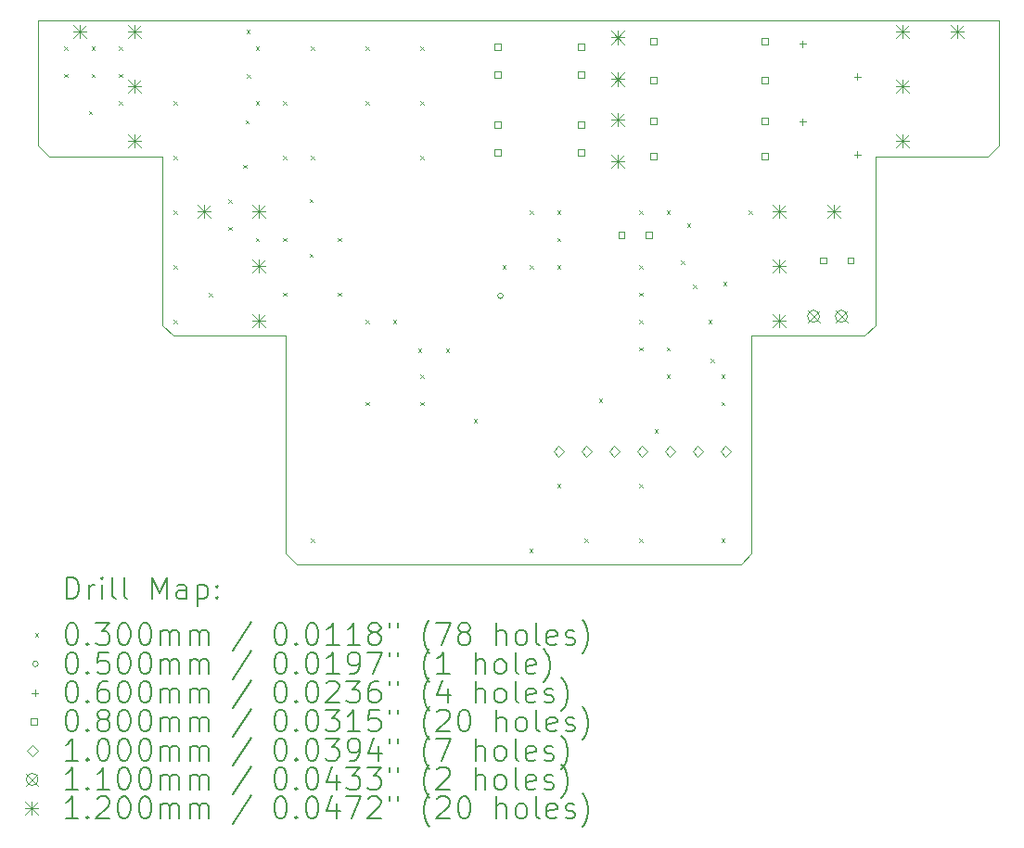
<source format=gbr>
%TF.GenerationSoftware,KiCad,Pcbnew,7.0.6*%
%TF.CreationDate,2023-08-17T21:01:14+02:00*%
%TF.ProjectId,esp-switch,6573702d-7377-4697-9463-682e6b696361,rev?*%
%TF.SameCoordinates,Original*%
%TF.FileFunction,Drillmap*%
%TF.FilePolarity,Positive*%
%FSLAX45Y45*%
G04 Gerber Fmt 4.5, Leading zero omitted, Abs format (unit mm)*
G04 Created by KiCad (PCBNEW 7.0.6) date 2023-08-17 21:01:14*
%MOMM*%
%LPD*%
G01*
G04 APERTURE LIST*
%ADD10C,0.050000*%
%ADD11C,0.200000*%
%ADD12C,0.030000*%
%ADD13C,0.060000*%
%ADD14C,0.080000*%
%ADD15C,0.100000*%
%ADD16C,0.110000*%
%ADD17C,0.120000*%
G04 APERTURE END LIST*
D10*
X2260000Y-4870000D02*
X2360000Y-4970000D01*
X2260000Y-2880000D02*
X2260000Y-4870000D01*
X6410000Y-4970000D02*
X2360000Y-4970000D01*
X8770000Y-1140000D02*
X8670000Y-1240000D01*
X7540000Y-2880000D02*
X7640000Y-2780000D01*
X6510000Y-2880000D02*
X6510000Y-4870000D01*
X0Y-1140000D02*
X100000Y-1240000D01*
X7640000Y-1240000D02*
X7640000Y-2780000D01*
X8770000Y0D02*
X8770000Y-1140000D01*
X1130000Y-2780000D02*
X1230000Y-2880000D01*
X1130000Y-1240000D02*
X100000Y-1240000D01*
X0Y0D02*
X8770000Y0D01*
X1130000Y-1240000D02*
X1130000Y-2780000D01*
X7540000Y-2880000D02*
X6510000Y-2880000D01*
X8670000Y-1240000D02*
X7640000Y-1240000D01*
X2260000Y-2880000D02*
X1230000Y-2880000D01*
X0Y0D02*
X0Y-1140000D01*
X6510000Y-4870000D02*
X6410000Y-4970000D01*
D11*
D12*
X235000Y-235000D02*
X265000Y-265000D01*
X265000Y-235000D02*
X235000Y-265000D01*
X235000Y-485000D02*
X265000Y-515000D01*
X265000Y-485000D02*
X235000Y-515000D01*
X459480Y-824220D02*
X489480Y-854220D01*
X489480Y-824220D02*
X459480Y-854220D01*
X485000Y-235000D02*
X515000Y-265000D01*
X515000Y-235000D02*
X485000Y-265000D01*
X485000Y-485000D02*
X515000Y-515000D01*
X515000Y-485000D02*
X485000Y-515000D01*
X735000Y-235000D02*
X765000Y-265000D01*
X765000Y-235000D02*
X735000Y-265000D01*
X735000Y-485000D02*
X765000Y-515000D01*
X765000Y-485000D02*
X735000Y-515000D01*
X735000Y-735000D02*
X765000Y-765000D01*
X765000Y-735000D02*
X735000Y-765000D01*
X1235000Y-735000D02*
X1265000Y-765000D01*
X1265000Y-735000D02*
X1235000Y-765000D01*
X1235000Y-1235000D02*
X1265000Y-1265000D01*
X1265000Y-1235000D02*
X1235000Y-1265000D01*
X1235000Y-1735000D02*
X1265000Y-1765000D01*
X1265000Y-1735000D02*
X1235000Y-1765000D01*
X1235000Y-2235000D02*
X1265000Y-2265000D01*
X1265000Y-2235000D02*
X1235000Y-2265000D01*
X1235000Y-2735000D02*
X1265000Y-2765000D01*
X1265000Y-2735000D02*
X1235000Y-2765000D01*
X1555740Y-2487920D02*
X1585740Y-2517920D01*
X1585740Y-2487920D02*
X1555740Y-2517920D01*
X1735000Y-1635000D02*
X1765000Y-1665000D01*
X1765000Y-1635000D02*
X1735000Y-1665000D01*
X1735000Y-1885000D02*
X1765000Y-1915000D01*
X1765000Y-1885000D02*
X1735000Y-1915000D01*
X1868160Y-1315960D02*
X1898160Y-1345960D01*
X1898160Y-1315960D02*
X1868160Y-1345960D01*
X1888480Y-910580D02*
X1918480Y-940580D01*
X1918480Y-910580D02*
X1888480Y-940580D01*
X1898640Y-82540D02*
X1928640Y-112540D01*
X1928640Y-82540D02*
X1898640Y-112540D01*
X1901180Y-488940D02*
X1931180Y-518940D01*
X1931180Y-488940D02*
X1901180Y-518940D01*
X1985000Y-235000D02*
X2015000Y-265000D01*
X2015000Y-235000D02*
X1985000Y-265000D01*
X1985000Y-735000D02*
X2015000Y-765000D01*
X2015000Y-735000D02*
X1985000Y-765000D01*
X1985000Y-1985000D02*
X2015000Y-2015000D01*
X2015000Y-1985000D02*
X1985000Y-2015000D01*
X2235000Y-735000D02*
X2265000Y-765000D01*
X2265000Y-735000D02*
X2235000Y-765000D01*
X2235000Y-1235000D02*
X2265000Y-1265000D01*
X2265000Y-1235000D02*
X2235000Y-1265000D01*
X2235000Y-1985000D02*
X2265000Y-2015000D01*
X2265000Y-1985000D02*
X2235000Y-2015000D01*
X2235000Y-2485000D02*
X2265000Y-2515000D01*
X2265000Y-2485000D02*
X2235000Y-2515000D01*
X2474200Y-1630000D02*
X2504200Y-1660000D01*
X2504200Y-1630000D02*
X2474200Y-1660000D01*
X2474200Y-2130000D02*
X2504200Y-2160000D01*
X2504200Y-2130000D02*
X2474200Y-2160000D01*
X2485000Y-235000D02*
X2515000Y-265000D01*
X2515000Y-235000D02*
X2485000Y-265000D01*
X2485000Y-1235000D02*
X2515000Y-1265000D01*
X2515000Y-1235000D02*
X2485000Y-1265000D01*
X2485000Y-4735000D02*
X2515000Y-4765000D01*
X2515000Y-4735000D02*
X2485000Y-4765000D01*
X2735000Y-1985000D02*
X2765000Y-2015000D01*
X2765000Y-1985000D02*
X2735000Y-2015000D01*
X2735000Y-2485000D02*
X2765000Y-2515000D01*
X2765000Y-2485000D02*
X2735000Y-2515000D01*
X2985000Y-235000D02*
X3015000Y-265000D01*
X3015000Y-235000D02*
X2985000Y-265000D01*
X2985000Y-735000D02*
X3015000Y-765000D01*
X3015000Y-735000D02*
X2985000Y-765000D01*
X2985000Y-2735000D02*
X3015000Y-2765000D01*
X3015000Y-2735000D02*
X2985000Y-2765000D01*
X2985000Y-3485000D02*
X3015000Y-3515000D01*
X3015000Y-3485000D02*
X2985000Y-3515000D01*
X3235000Y-2735000D02*
X3265000Y-2765000D01*
X3265000Y-2735000D02*
X3235000Y-2765000D01*
X3464800Y-2994900D02*
X3494800Y-3024900D01*
X3494800Y-2994900D02*
X3464800Y-3024900D01*
X3485000Y-235000D02*
X3515000Y-265000D01*
X3515000Y-235000D02*
X3485000Y-265000D01*
X3485000Y-735000D02*
X3515000Y-765000D01*
X3515000Y-735000D02*
X3485000Y-765000D01*
X3485000Y-1235000D02*
X3515000Y-1265000D01*
X3515000Y-1235000D02*
X3485000Y-1265000D01*
X3485000Y-3235000D02*
X3515000Y-3265000D01*
X3515000Y-3235000D02*
X3485000Y-3265000D01*
X3485000Y-3485000D02*
X3515000Y-3515000D01*
X3515000Y-3485000D02*
X3485000Y-3515000D01*
X3718800Y-2994900D02*
X3748800Y-3024900D01*
X3748800Y-2994900D02*
X3718800Y-3024900D01*
X3972800Y-3642600D02*
X4002800Y-3672600D01*
X4002800Y-3642600D02*
X3972800Y-3672600D01*
X4235000Y-2235000D02*
X4265000Y-2265000D01*
X4265000Y-2235000D02*
X4235000Y-2265000D01*
X4480000Y-4825000D02*
X4510000Y-4855000D01*
X4510000Y-4825000D02*
X4480000Y-4855000D01*
X4485000Y-1735000D02*
X4515000Y-1765000D01*
X4515000Y-1735000D02*
X4485000Y-1765000D01*
X4485000Y-2235000D02*
X4515000Y-2265000D01*
X4515000Y-2235000D02*
X4485000Y-2265000D01*
X4735000Y-1735000D02*
X4765000Y-1765000D01*
X4765000Y-1735000D02*
X4735000Y-1765000D01*
X4735000Y-1985000D02*
X4765000Y-2015000D01*
X4765000Y-1985000D02*
X4735000Y-2015000D01*
X4735000Y-2235000D02*
X4765000Y-2265000D01*
X4765000Y-2235000D02*
X4735000Y-2265000D01*
X4735000Y-4235000D02*
X4765000Y-4265000D01*
X4765000Y-4235000D02*
X4735000Y-4265000D01*
X4985000Y-4735000D02*
X5015000Y-4765000D01*
X5015000Y-4735000D02*
X4985000Y-4765000D01*
X5115000Y-3452100D02*
X5145000Y-3482100D01*
X5145000Y-3452100D02*
X5115000Y-3482100D01*
X5485000Y-1735000D02*
X5515000Y-1765000D01*
X5515000Y-1735000D02*
X5485000Y-1765000D01*
X5485000Y-2235000D02*
X5515000Y-2265000D01*
X5515000Y-2235000D02*
X5485000Y-2265000D01*
X5485000Y-2485000D02*
X5515000Y-2515000D01*
X5515000Y-2485000D02*
X5485000Y-2515000D01*
X5485000Y-2735000D02*
X5515000Y-2765000D01*
X5515000Y-2735000D02*
X5485000Y-2765000D01*
X5485000Y-2985000D02*
X5515000Y-3015000D01*
X5515000Y-2985000D02*
X5485000Y-3015000D01*
X5485000Y-4235000D02*
X5515000Y-4265000D01*
X5515000Y-4235000D02*
X5485000Y-4265000D01*
X5485000Y-4735000D02*
X5515000Y-4765000D01*
X5515000Y-4735000D02*
X5485000Y-4765000D01*
X5623800Y-3731500D02*
X5653800Y-3761500D01*
X5653800Y-3731500D02*
X5623800Y-3761500D01*
X5735000Y-1735000D02*
X5765000Y-1765000D01*
X5765000Y-1735000D02*
X5735000Y-1765000D01*
X5735000Y-2985000D02*
X5765000Y-3015000D01*
X5765000Y-2985000D02*
X5735000Y-3015000D01*
X5735000Y-3235000D02*
X5765000Y-3265000D01*
X5765000Y-3235000D02*
X5735000Y-3265000D01*
X5864600Y-2194800D02*
X5894600Y-2224800D01*
X5894600Y-2194800D02*
X5864600Y-2224800D01*
X5919460Y-1852920D02*
X5949460Y-1882920D01*
X5949460Y-1852920D02*
X5919460Y-1882920D01*
X5975000Y-2415000D02*
X6005000Y-2445000D01*
X6005000Y-2415000D02*
X5975000Y-2445000D01*
X6115000Y-2735000D02*
X6145000Y-2765000D01*
X6145000Y-2735000D02*
X6115000Y-2765000D01*
X6137900Y-3089900D02*
X6167900Y-3119900D01*
X6167900Y-3089900D02*
X6137900Y-3119900D01*
X6235000Y-3235000D02*
X6265000Y-3265000D01*
X6265000Y-3235000D02*
X6235000Y-3265000D01*
X6235000Y-3485000D02*
X6265000Y-3515000D01*
X6265000Y-3485000D02*
X6235000Y-3515000D01*
X6235000Y-4735000D02*
X6265000Y-4765000D01*
X6265000Y-4735000D02*
X6235000Y-4765000D01*
X6252200Y-2386320D02*
X6282200Y-2416320D01*
X6282200Y-2386320D02*
X6252200Y-2416320D01*
X6485000Y-1735000D02*
X6515000Y-1765000D01*
X6515000Y-1735000D02*
X6485000Y-1765000D01*
D10*
X4241400Y-2514600D02*
G75*
G03*
X4241400Y-2514600I-25000J0D01*
G01*
D13*
X6974780Y-181700D02*
X6974780Y-241700D01*
X6944780Y-211700D02*
X7004780Y-211700D01*
X6974780Y-892900D02*
X6974780Y-952900D01*
X6944780Y-922900D02*
X7004780Y-922900D01*
X7474780Y-481700D02*
X7474780Y-541700D01*
X7444780Y-511700D02*
X7504780Y-511700D01*
X7474780Y-1192900D02*
X7474780Y-1252900D01*
X7444780Y-1222900D02*
X7504780Y-1222900D01*
D14*
X4219305Y-266505D02*
X4219305Y-209935D01*
X4162735Y-209935D01*
X4162735Y-266505D01*
X4219305Y-266505D01*
X4219305Y-520504D02*
X4219305Y-463935D01*
X4162735Y-463935D01*
X4162735Y-520504D01*
X4219305Y-520504D01*
X4219305Y-978204D02*
X4219305Y-921635D01*
X4162735Y-921635D01*
X4162735Y-978204D01*
X4219305Y-978204D01*
X4219305Y-1232205D02*
X4219305Y-1175636D01*
X4162735Y-1175636D01*
X4162735Y-1232205D01*
X4219305Y-1232205D01*
X4981305Y-266505D02*
X4981305Y-209935D01*
X4924736Y-209935D01*
X4924736Y-266505D01*
X4981305Y-266505D01*
X4981305Y-520504D02*
X4981305Y-463935D01*
X4924736Y-463935D01*
X4924736Y-520504D01*
X4981305Y-520504D01*
X4981305Y-978204D02*
X4981305Y-921635D01*
X4924736Y-921635D01*
X4924736Y-978204D01*
X4981305Y-978204D01*
X4981305Y-1232205D02*
X4981305Y-1175636D01*
X4924736Y-1175636D01*
X4924736Y-1232205D01*
X4981305Y-1232205D01*
X5350047Y-1988284D02*
X5350047Y-1931715D01*
X5293478Y-1931715D01*
X5293478Y-1988284D01*
X5350047Y-1988284D01*
X5600047Y-1988284D02*
X5600047Y-1931715D01*
X5543478Y-1931715D01*
X5543478Y-1988284D01*
X5600047Y-1988284D01*
X5642704Y-215704D02*
X5642704Y-159136D01*
X5586136Y-159136D01*
X5586136Y-215704D01*
X5642704Y-215704D01*
X5642704Y-571305D02*
X5642704Y-514735D01*
X5586136Y-514735D01*
X5586136Y-571305D01*
X5642704Y-571305D01*
X5642704Y-943704D02*
X5642704Y-887135D01*
X5586136Y-887135D01*
X5586136Y-943704D01*
X5642704Y-943704D01*
X5642704Y-1268825D02*
X5642704Y-1212256D01*
X5586136Y-1212256D01*
X5586136Y-1268825D01*
X5642704Y-1268825D01*
X6658704Y-215704D02*
X6658704Y-159136D01*
X6602135Y-159136D01*
X6602135Y-215704D01*
X6658704Y-215704D01*
X6658704Y-571305D02*
X6658704Y-514735D01*
X6602135Y-514735D01*
X6602135Y-571305D01*
X6658704Y-571305D01*
X6658704Y-943704D02*
X6658704Y-887135D01*
X6602135Y-887135D01*
X6602135Y-943704D01*
X6658704Y-943704D01*
X6658704Y-1268825D02*
X6658704Y-1212256D01*
X6602135Y-1212256D01*
X6602135Y-1268825D01*
X6658704Y-1268825D01*
X7192422Y-2218785D02*
X7192422Y-2162216D01*
X7135853Y-2162216D01*
X7135853Y-2218785D01*
X7192422Y-2218785D01*
X7442422Y-2218785D02*
X7442422Y-2162216D01*
X7385853Y-2162216D01*
X7385853Y-2218785D01*
X7442422Y-2218785D01*
D15*
X4749800Y-3987000D02*
X4799800Y-3937000D01*
X4749800Y-3887000D01*
X4699800Y-3937000D01*
X4749800Y-3987000D01*
X5003800Y-3987000D02*
X5053800Y-3937000D01*
X5003800Y-3887000D01*
X4953800Y-3937000D01*
X5003800Y-3987000D01*
X5257800Y-3987000D02*
X5307800Y-3937000D01*
X5257800Y-3887000D01*
X5207800Y-3937000D01*
X5257800Y-3987000D01*
X5511800Y-3987000D02*
X5561800Y-3937000D01*
X5511800Y-3887000D01*
X5461800Y-3937000D01*
X5511800Y-3987000D01*
X5765800Y-3987000D02*
X5815800Y-3937000D01*
X5765800Y-3887000D01*
X5715800Y-3937000D01*
X5765800Y-3987000D01*
X6019800Y-3987000D02*
X6069800Y-3937000D01*
X6019800Y-3887000D01*
X5969800Y-3937000D01*
X6019800Y-3987000D01*
X6273800Y-3987000D02*
X6323800Y-3937000D01*
X6273800Y-3887000D01*
X6223800Y-3937000D01*
X6273800Y-3987000D01*
D16*
X7019423Y-2646040D02*
X7129423Y-2756040D01*
X7129423Y-2646040D02*
X7019423Y-2756040D01*
X7129423Y-2701040D02*
G75*
G03*
X7129423Y-2701040I-55000J0D01*
G01*
X7273423Y-2646040D02*
X7383423Y-2756040D01*
X7383423Y-2646040D02*
X7273423Y-2756040D01*
X7383423Y-2701040D02*
G75*
G03*
X7383423Y-2701040I-55000J0D01*
G01*
D17*
X320000Y-40000D02*
X440000Y-160000D01*
X440000Y-40000D02*
X320000Y-160000D01*
X380000Y-40000D02*
X380000Y-160000D01*
X320000Y-100000D02*
X440000Y-100000D01*
X820000Y-40000D02*
X940000Y-160000D01*
X940000Y-40000D02*
X820000Y-160000D01*
X880000Y-40000D02*
X880000Y-160000D01*
X820000Y-100000D02*
X940000Y-100000D01*
X820000Y-540000D02*
X940000Y-660000D01*
X940000Y-540000D02*
X820000Y-660000D01*
X880000Y-540000D02*
X880000Y-660000D01*
X820000Y-600000D02*
X940000Y-600000D01*
X820000Y-1040000D02*
X940000Y-1160000D01*
X940000Y-1040000D02*
X820000Y-1160000D01*
X880000Y-1040000D02*
X880000Y-1160000D01*
X820000Y-1100000D02*
X940000Y-1100000D01*
X1450000Y-1680000D02*
X1570000Y-1800000D01*
X1570000Y-1680000D02*
X1450000Y-1800000D01*
X1510000Y-1680000D02*
X1510000Y-1800000D01*
X1450000Y-1740000D02*
X1570000Y-1740000D01*
X1950000Y-1680000D02*
X2070000Y-1800000D01*
X2070000Y-1680000D02*
X1950000Y-1800000D01*
X2010000Y-1680000D02*
X2010000Y-1800000D01*
X1950000Y-1740000D02*
X2070000Y-1740000D01*
X1950000Y-2180000D02*
X2070000Y-2300000D01*
X2070000Y-2180000D02*
X1950000Y-2300000D01*
X2010000Y-2180000D02*
X2010000Y-2300000D01*
X1950000Y-2240000D02*
X2070000Y-2240000D01*
X1950000Y-2680000D02*
X2070000Y-2800000D01*
X2070000Y-2680000D02*
X1950000Y-2800000D01*
X2010000Y-2680000D02*
X2010000Y-2800000D01*
X1950000Y-2740000D02*
X2070000Y-2740000D01*
X5224220Y-93900D02*
X5344220Y-213900D01*
X5344220Y-93900D02*
X5224220Y-213900D01*
X5284220Y-93900D02*
X5284220Y-213900D01*
X5224220Y-153900D02*
X5344220Y-153900D01*
X5224220Y-474900D02*
X5344220Y-594900D01*
X5344220Y-474900D02*
X5224220Y-594900D01*
X5284220Y-474900D02*
X5284220Y-594900D01*
X5224220Y-534900D02*
X5344220Y-534900D01*
X5224220Y-843200D02*
X5344220Y-963200D01*
X5344220Y-843200D02*
X5224220Y-963200D01*
X5284220Y-843200D02*
X5284220Y-963200D01*
X5224220Y-903200D02*
X5344220Y-903200D01*
X5224220Y-1224200D02*
X5344220Y-1344200D01*
X5344220Y-1224200D02*
X5224220Y-1344200D01*
X5284220Y-1224200D02*
X5284220Y-1344200D01*
X5224220Y-1284200D02*
X5344220Y-1284200D01*
X6700000Y-1680000D02*
X6820000Y-1800000D01*
X6820000Y-1680000D02*
X6700000Y-1800000D01*
X6760000Y-1680000D02*
X6760000Y-1800000D01*
X6700000Y-1740000D02*
X6820000Y-1740000D01*
X6700000Y-2180000D02*
X6820000Y-2300000D01*
X6820000Y-2180000D02*
X6700000Y-2300000D01*
X6760000Y-2180000D02*
X6760000Y-2300000D01*
X6700000Y-2240000D02*
X6820000Y-2240000D01*
X6700000Y-2680000D02*
X6820000Y-2800000D01*
X6820000Y-2680000D02*
X6700000Y-2800000D01*
X6760000Y-2680000D02*
X6760000Y-2800000D01*
X6700000Y-2740000D02*
X6820000Y-2740000D01*
X7200000Y-1680000D02*
X7320000Y-1800000D01*
X7320000Y-1680000D02*
X7200000Y-1800000D01*
X7260000Y-1680000D02*
X7260000Y-1800000D01*
X7200000Y-1740000D02*
X7320000Y-1740000D01*
X7830000Y-40000D02*
X7950000Y-160000D01*
X7950000Y-40000D02*
X7830000Y-160000D01*
X7890000Y-40000D02*
X7890000Y-160000D01*
X7830000Y-100000D02*
X7950000Y-100000D01*
X7830000Y-540000D02*
X7950000Y-660000D01*
X7950000Y-540000D02*
X7830000Y-660000D01*
X7890000Y-540000D02*
X7890000Y-660000D01*
X7830000Y-600000D02*
X7950000Y-600000D01*
X7830000Y-1040000D02*
X7950000Y-1160000D01*
X7950000Y-1040000D02*
X7830000Y-1160000D01*
X7890000Y-1040000D02*
X7890000Y-1160000D01*
X7830000Y-1100000D02*
X7950000Y-1100000D01*
X8330000Y-40000D02*
X8450000Y-160000D01*
X8450000Y-40000D02*
X8330000Y-160000D01*
X8390000Y-40000D02*
X8390000Y-160000D01*
X8330000Y-100000D02*
X8450000Y-100000D01*
D11*
X258277Y-5283984D02*
X258277Y-5083984D01*
X258277Y-5083984D02*
X305896Y-5083984D01*
X305896Y-5083984D02*
X334467Y-5093508D01*
X334467Y-5093508D02*
X353515Y-5112555D01*
X353515Y-5112555D02*
X363039Y-5131603D01*
X363039Y-5131603D02*
X372562Y-5169698D01*
X372562Y-5169698D02*
X372562Y-5198270D01*
X372562Y-5198270D02*
X363039Y-5236365D01*
X363039Y-5236365D02*
X353515Y-5255412D01*
X353515Y-5255412D02*
X334467Y-5274460D01*
X334467Y-5274460D02*
X305896Y-5283984D01*
X305896Y-5283984D02*
X258277Y-5283984D01*
X458277Y-5283984D02*
X458277Y-5150650D01*
X458277Y-5188746D02*
X467801Y-5169698D01*
X467801Y-5169698D02*
X477324Y-5160174D01*
X477324Y-5160174D02*
X496372Y-5150650D01*
X496372Y-5150650D02*
X515420Y-5150650D01*
X582086Y-5283984D02*
X582086Y-5150650D01*
X582086Y-5083984D02*
X572563Y-5093508D01*
X572563Y-5093508D02*
X582086Y-5103031D01*
X582086Y-5103031D02*
X591610Y-5093508D01*
X591610Y-5093508D02*
X582086Y-5083984D01*
X582086Y-5083984D02*
X582086Y-5103031D01*
X705896Y-5283984D02*
X686848Y-5274460D01*
X686848Y-5274460D02*
X677324Y-5255412D01*
X677324Y-5255412D02*
X677324Y-5083984D01*
X810658Y-5283984D02*
X791610Y-5274460D01*
X791610Y-5274460D02*
X782086Y-5255412D01*
X782086Y-5255412D02*
X782086Y-5083984D01*
X1039229Y-5283984D02*
X1039229Y-5083984D01*
X1039229Y-5083984D02*
X1105896Y-5226841D01*
X1105896Y-5226841D02*
X1172563Y-5083984D01*
X1172563Y-5083984D02*
X1172563Y-5283984D01*
X1353515Y-5283984D02*
X1353515Y-5179222D01*
X1353515Y-5179222D02*
X1343991Y-5160174D01*
X1343991Y-5160174D02*
X1324944Y-5150650D01*
X1324944Y-5150650D02*
X1286848Y-5150650D01*
X1286848Y-5150650D02*
X1267801Y-5160174D01*
X1353515Y-5274460D02*
X1334467Y-5283984D01*
X1334467Y-5283984D02*
X1286848Y-5283984D01*
X1286848Y-5283984D02*
X1267801Y-5274460D01*
X1267801Y-5274460D02*
X1258277Y-5255412D01*
X1258277Y-5255412D02*
X1258277Y-5236365D01*
X1258277Y-5236365D02*
X1267801Y-5217317D01*
X1267801Y-5217317D02*
X1286848Y-5207793D01*
X1286848Y-5207793D02*
X1334467Y-5207793D01*
X1334467Y-5207793D02*
X1353515Y-5198270D01*
X1448753Y-5150650D02*
X1448753Y-5350650D01*
X1448753Y-5160174D02*
X1467801Y-5150650D01*
X1467801Y-5150650D02*
X1505896Y-5150650D01*
X1505896Y-5150650D02*
X1524943Y-5160174D01*
X1524943Y-5160174D02*
X1534467Y-5169698D01*
X1534467Y-5169698D02*
X1543991Y-5188746D01*
X1543991Y-5188746D02*
X1543991Y-5245889D01*
X1543991Y-5245889D02*
X1534467Y-5264936D01*
X1534467Y-5264936D02*
X1524943Y-5274460D01*
X1524943Y-5274460D02*
X1505896Y-5283984D01*
X1505896Y-5283984D02*
X1467801Y-5283984D01*
X1467801Y-5283984D02*
X1448753Y-5274460D01*
X1629705Y-5264936D02*
X1639229Y-5274460D01*
X1639229Y-5274460D02*
X1629705Y-5283984D01*
X1629705Y-5283984D02*
X1620182Y-5274460D01*
X1620182Y-5274460D02*
X1629705Y-5264936D01*
X1629705Y-5264936D02*
X1629705Y-5283984D01*
X1629705Y-5160174D02*
X1639229Y-5169698D01*
X1639229Y-5169698D02*
X1629705Y-5179222D01*
X1629705Y-5179222D02*
X1620182Y-5169698D01*
X1620182Y-5169698D02*
X1629705Y-5160174D01*
X1629705Y-5160174D02*
X1629705Y-5179222D01*
D12*
X-32500Y-5597500D02*
X-2500Y-5627500D01*
X-2500Y-5597500D02*
X-32500Y-5627500D01*
D11*
X296372Y-5503984D02*
X315420Y-5503984D01*
X315420Y-5503984D02*
X334467Y-5513508D01*
X334467Y-5513508D02*
X343991Y-5523031D01*
X343991Y-5523031D02*
X353515Y-5542079D01*
X353515Y-5542079D02*
X363039Y-5580174D01*
X363039Y-5580174D02*
X363039Y-5627793D01*
X363039Y-5627793D02*
X353515Y-5665888D01*
X353515Y-5665888D02*
X343991Y-5684936D01*
X343991Y-5684936D02*
X334467Y-5694460D01*
X334467Y-5694460D02*
X315420Y-5703984D01*
X315420Y-5703984D02*
X296372Y-5703984D01*
X296372Y-5703984D02*
X277324Y-5694460D01*
X277324Y-5694460D02*
X267801Y-5684936D01*
X267801Y-5684936D02*
X258277Y-5665888D01*
X258277Y-5665888D02*
X248753Y-5627793D01*
X248753Y-5627793D02*
X248753Y-5580174D01*
X248753Y-5580174D02*
X258277Y-5542079D01*
X258277Y-5542079D02*
X267801Y-5523031D01*
X267801Y-5523031D02*
X277324Y-5513508D01*
X277324Y-5513508D02*
X296372Y-5503984D01*
X448753Y-5684936D02*
X458277Y-5694460D01*
X458277Y-5694460D02*
X448753Y-5703984D01*
X448753Y-5703984D02*
X439229Y-5694460D01*
X439229Y-5694460D02*
X448753Y-5684936D01*
X448753Y-5684936D02*
X448753Y-5703984D01*
X524944Y-5503984D02*
X648753Y-5503984D01*
X648753Y-5503984D02*
X582086Y-5580174D01*
X582086Y-5580174D02*
X610658Y-5580174D01*
X610658Y-5580174D02*
X629705Y-5589698D01*
X629705Y-5589698D02*
X639229Y-5599222D01*
X639229Y-5599222D02*
X648753Y-5618269D01*
X648753Y-5618269D02*
X648753Y-5665888D01*
X648753Y-5665888D02*
X639229Y-5684936D01*
X639229Y-5684936D02*
X629705Y-5694460D01*
X629705Y-5694460D02*
X610658Y-5703984D01*
X610658Y-5703984D02*
X553515Y-5703984D01*
X553515Y-5703984D02*
X534467Y-5694460D01*
X534467Y-5694460D02*
X524944Y-5684936D01*
X772562Y-5503984D02*
X791610Y-5503984D01*
X791610Y-5503984D02*
X810658Y-5513508D01*
X810658Y-5513508D02*
X820182Y-5523031D01*
X820182Y-5523031D02*
X829705Y-5542079D01*
X829705Y-5542079D02*
X839229Y-5580174D01*
X839229Y-5580174D02*
X839229Y-5627793D01*
X839229Y-5627793D02*
X829705Y-5665888D01*
X829705Y-5665888D02*
X820182Y-5684936D01*
X820182Y-5684936D02*
X810658Y-5694460D01*
X810658Y-5694460D02*
X791610Y-5703984D01*
X791610Y-5703984D02*
X772562Y-5703984D01*
X772562Y-5703984D02*
X753515Y-5694460D01*
X753515Y-5694460D02*
X743991Y-5684936D01*
X743991Y-5684936D02*
X734467Y-5665888D01*
X734467Y-5665888D02*
X724943Y-5627793D01*
X724943Y-5627793D02*
X724943Y-5580174D01*
X724943Y-5580174D02*
X734467Y-5542079D01*
X734467Y-5542079D02*
X743991Y-5523031D01*
X743991Y-5523031D02*
X753515Y-5513508D01*
X753515Y-5513508D02*
X772562Y-5503984D01*
X963039Y-5503984D02*
X982086Y-5503984D01*
X982086Y-5503984D02*
X1001134Y-5513508D01*
X1001134Y-5513508D02*
X1010658Y-5523031D01*
X1010658Y-5523031D02*
X1020182Y-5542079D01*
X1020182Y-5542079D02*
X1029705Y-5580174D01*
X1029705Y-5580174D02*
X1029705Y-5627793D01*
X1029705Y-5627793D02*
X1020182Y-5665888D01*
X1020182Y-5665888D02*
X1010658Y-5684936D01*
X1010658Y-5684936D02*
X1001134Y-5694460D01*
X1001134Y-5694460D02*
X982086Y-5703984D01*
X982086Y-5703984D02*
X963039Y-5703984D01*
X963039Y-5703984D02*
X943991Y-5694460D01*
X943991Y-5694460D02*
X934467Y-5684936D01*
X934467Y-5684936D02*
X924943Y-5665888D01*
X924943Y-5665888D02*
X915420Y-5627793D01*
X915420Y-5627793D02*
X915420Y-5580174D01*
X915420Y-5580174D02*
X924943Y-5542079D01*
X924943Y-5542079D02*
X934467Y-5523031D01*
X934467Y-5523031D02*
X943991Y-5513508D01*
X943991Y-5513508D02*
X963039Y-5503984D01*
X1115420Y-5703984D02*
X1115420Y-5570650D01*
X1115420Y-5589698D02*
X1124944Y-5580174D01*
X1124944Y-5580174D02*
X1143991Y-5570650D01*
X1143991Y-5570650D02*
X1172563Y-5570650D01*
X1172563Y-5570650D02*
X1191610Y-5580174D01*
X1191610Y-5580174D02*
X1201134Y-5599222D01*
X1201134Y-5599222D02*
X1201134Y-5703984D01*
X1201134Y-5599222D02*
X1210658Y-5580174D01*
X1210658Y-5580174D02*
X1229705Y-5570650D01*
X1229705Y-5570650D02*
X1258277Y-5570650D01*
X1258277Y-5570650D02*
X1277325Y-5580174D01*
X1277325Y-5580174D02*
X1286848Y-5599222D01*
X1286848Y-5599222D02*
X1286848Y-5703984D01*
X1382086Y-5703984D02*
X1382086Y-5570650D01*
X1382086Y-5589698D02*
X1391610Y-5580174D01*
X1391610Y-5580174D02*
X1410658Y-5570650D01*
X1410658Y-5570650D02*
X1439229Y-5570650D01*
X1439229Y-5570650D02*
X1458277Y-5580174D01*
X1458277Y-5580174D02*
X1467801Y-5599222D01*
X1467801Y-5599222D02*
X1467801Y-5703984D01*
X1467801Y-5599222D02*
X1477324Y-5580174D01*
X1477324Y-5580174D02*
X1496372Y-5570650D01*
X1496372Y-5570650D02*
X1524943Y-5570650D01*
X1524943Y-5570650D02*
X1543991Y-5580174D01*
X1543991Y-5580174D02*
X1553515Y-5599222D01*
X1553515Y-5599222D02*
X1553515Y-5703984D01*
X1943991Y-5494460D02*
X1772563Y-5751603D01*
X2201134Y-5503984D02*
X2220182Y-5503984D01*
X2220182Y-5503984D02*
X2239229Y-5513508D01*
X2239229Y-5513508D02*
X2248753Y-5523031D01*
X2248753Y-5523031D02*
X2258277Y-5542079D01*
X2258277Y-5542079D02*
X2267801Y-5580174D01*
X2267801Y-5580174D02*
X2267801Y-5627793D01*
X2267801Y-5627793D02*
X2258277Y-5665888D01*
X2258277Y-5665888D02*
X2248753Y-5684936D01*
X2248753Y-5684936D02*
X2239229Y-5694460D01*
X2239229Y-5694460D02*
X2220182Y-5703984D01*
X2220182Y-5703984D02*
X2201134Y-5703984D01*
X2201134Y-5703984D02*
X2182087Y-5694460D01*
X2182087Y-5694460D02*
X2172563Y-5684936D01*
X2172563Y-5684936D02*
X2163039Y-5665888D01*
X2163039Y-5665888D02*
X2153515Y-5627793D01*
X2153515Y-5627793D02*
X2153515Y-5580174D01*
X2153515Y-5580174D02*
X2163039Y-5542079D01*
X2163039Y-5542079D02*
X2172563Y-5523031D01*
X2172563Y-5523031D02*
X2182087Y-5513508D01*
X2182087Y-5513508D02*
X2201134Y-5503984D01*
X2353515Y-5684936D02*
X2363039Y-5694460D01*
X2363039Y-5694460D02*
X2353515Y-5703984D01*
X2353515Y-5703984D02*
X2343991Y-5694460D01*
X2343991Y-5694460D02*
X2353515Y-5684936D01*
X2353515Y-5684936D02*
X2353515Y-5703984D01*
X2486848Y-5503984D02*
X2505896Y-5503984D01*
X2505896Y-5503984D02*
X2524944Y-5513508D01*
X2524944Y-5513508D02*
X2534468Y-5523031D01*
X2534468Y-5523031D02*
X2543991Y-5542079D01*
X2543991Y-5542079D02*
X2553515Y-5580174D01*
X2553515Y-5580174D02*
X2553515Y-5627793D01*
X2553515Y-5627793D02*
X2543991Y-5665888D01*
X2543991Y-5665888D02*
X2534468Y-5684936D01*
X2534468Y-5684936D02*
X2524944Y-5694460D01*
X2524944Y-5694460D02*
X2505896Y-5703984D01*
X2505896Y-5703984D02*
X2486848Y-5703984D01*
X2486848Y-5703984D02*
X2467801Y-5694460D01*
X2467801Y-5694460D02*
X2458277Y-5684936D01*
X2458277Y-5684936D02*
X2448753Y-5665888D01*
X2448753Y-5665888D02*
X2439229Y-5627793D01*
X2439229Y-5627793D02*
X2439229Y-5580174D01*
X2439229Y-5580174D02*
X2448753Y-5542079D01*
X2448753Y-5542079D02*
X2458277Y-5523031D01*
X2458277Y-5523031D02*
X2467801Y-5513508D01*
X2467801Y-5513508D02*
X2486848Y-5503984D01*
X2743991Y-5703984D02*
X2629706Y-5703984D01*
X2686848Y-5703984D02*
X2686848Y-5503984D01*
X2686848Y-5503984D02*
X2667801Y-5532555D01*
X2667801Y-5532555D02*
X2648753Y-5551603D01*
X2648753Y-5551603D02*
X2629706Y-5561127D01*
X2934467Y-5703984D02*
X2820182Y-5703984D01*
X2877325Y-5703984D02*
X2877325Y-5503984D01*
X2877325Y-5503984D02*
X2858277Y-5532555D01*
X2858277Y-5532555D02*
X2839229Y-5551603D01*
X2839229Y-5551603D02*
X2820182Y-5561127D01*
X3048753Y-5589698D02*
X3029706Y-5580174D01*
X3029706Y-5580174D02*
X3020182Y-5570650D01*
X3020182Y-5570650D02*
X3010658Y-5551603D01*
X3010658Y-5551603D02*
X3010658Y-5542079D01*
X3010658Y-5542079D02*
X3020182Y-5523031D01*
X3020182Y-5523031D02*
X3029706Y-5513508D01*
X3029706Y-5513508D02*
X3048753Y-5503984D01*
X3048753Y-5503984D02*
X3086848Y-5503984D01*
X3086848Y-5503984D02*
X3105896Y-5513508D01*
X3105896Y-5513508D02*
X3115420Y-5523031D01*
X3115420Y-5523031D02*
X3124944Y-5542079D01*
X3124944Y-5542079D02*
X3124944Y-5551603D01*
X3124944Y-5551603D02*
X3115420Y-5570650D01*
X3115420Y-5570650D02*
X3105896Y-5580174D01*
X3105896Y-5580174D02*
X3086848Y-5589698D01*
X3086848Y-5589698D02*
X3048753Y-5589698D01*
X3048753Y-5589698D02*
X3029706Y-5599222D01*
X3029706Y-5599222D02*
X3020182Y-5608746D01*
X3020182Y-5608746D02*
X3010658Y-5627793D01*
X3010658Y-5627793D02*
X3010658Y-5665888D01*
X3010658Y-5665888D02*
X3020182Y-5684936D01*
X3020182Y-5684936D02*
X3029706Y-5694460D01*
X3029706Y-5694460D02*
X3048753Y-5703984D01*
X3048753Y-5703984D02*
X3086848Y-5703984D01*
X3086848Y-5703984D02*
X3105896Y-5694460D01*
X3105896Y-5694460D02*
X3115420Y-5684936D01*
X3115420Y-5684936D02*
X3124944Y-5665888D01*
X3124944Y-5665888D02*
X3124944Y-5627793D01*
X3124944Y-5627793D02*
X3115420Y-5608746D01*
X3115420Y-5608746D02*
X3105896Y-5599222D01*
X3105896Y-5599222D02*
X3086848Y-5589698D01*
X3201134Y-5503984D02*
X3201134Y-5542079D01*
X3277325Y-5503984D02*
X3277325Y-5542079D01*
X3572563Y-5780174D02*
X3563039Y-5770650D01*
X3563039Y-5770650D02*
X3543991Y-5742079D01*
X3543991Y-5742079D02*
X3534468Y-5723031D01*
X3534468Y-5723031D02*
X3524944Y-5694460D01*
X3524944Y-5694460D02*
X3515420Y-5646841D01*
X3515420Y-5646841D02*
X3515420Y-5608746D01*
X3515420Y-5608746D02*
X3524944Y-5561127D01*
X3524944Y-5561127D02*
X3534468Y-5532555D01*
X3534468Y-5532555D02*
X3543991Y-5513508D01*
X3543991Y-5513508D02*
X3563039Y-5484936D01*
X3563039Y-5484936D02*
X3572563Y-5475412D01*
X3629706Y-5503984D02*
X3763039Y-5503984D01*
X3763039Y-5503984D02*
X3677325Y-5703984D01*
X3867801Y-5589698D02*
X3848753Y-5580174D01*
X3848753Y-5580174D02*
X3839229Y-5570650D01*
X3839229Y-5570650D02*
X3829706Y-5551603D01*
X3829706Y-5551603D02*
X3829706Y-5542079D01*
X3829706Y-5542079D02*
X3839229Y-5523031D01*
X3839229Y-5523031D02*
X3848753Y-5513508D01*
X3848753Y-5513508D02*
X3867801Y-5503984D01*
X3867801Y-5503984D02*
X3905896Y-5503984D01*
X3905896Y-5503984D02*
X3924944Y-5513508D01*
X3924944Y-5513508D02*
X3934468Y-5523031D01*
X3934468Y-5523031D02*
X3943991Y-5542079D01*
X3943991Y-5542079D02*
X3943991Y-5551603D01*
X3943991Y-5551603D02*
X3934468Y-5570650D01*
X3934468Y-5570650D02*
X3924944Y-5580174D01*
X3924944Y-5580174D02*
X3905896Y-5589698D01*
X3905896Y-5589698D02*
X3867801Y-5589698D01*
X3867801Y-5589698D02*
X3848753Y-5599222D01*
X3848753Y-5599222D02*
X3839229Y-5608746D01*
X3839229Y-5608746D02*
X3829706Y-5627793D01*
X3829706Y-5627793D02*
X3829706Y-5665888D01*
X3829706Y-5665888D02*
X3839229Y-5684936D01*
X3839229Y-5684936D02*
X3848753Y-5694460D01*
X3848753Y-5694460D02*
X3867801Y-5703984D01*
X3867801Y-5703984D02*
X3905896Y-5703984D01*
X3905896Y-5703984D02*
X3924944Y-5694460D01*
X3924944Y-5694460D02*
X3934468Y-5684936D01*
X3934468Y-5684936D02*
X3943991Y-5665888D01*
X3943991Y-5665888D02*
X3943991Y-5627793D01*
X3943991Y-5627793D02*
X3934468Y-5608746D01*
X3934468Y-5608746D02*
X3924944Y-5599222D01*
X3924944Y-5599222D02*
X3905896Y-5589698D01*
X4182087Y-5703984D02*
X4182087Y-5503984D01*
X4267801Y-5703984D02*
X4267801Y-5599222D01*
X4267801Y-5599222D02*
X4258277Y-5580174D01*
X4258277Y-5580174D02*
X4239230Y-5570650D01*
X4239230Y-5570650D02*
X4210658Y-5570650D01*
X4210658Y-5570650D02*
X4191610Y-5580174D01*
X4191610Y-5580174D02*
X4182087Y-5589698D01*
X4391611Y-5703984D02*
X4372563Y-5694460D01*
X4372563Y-5694460D02*
X4363039Y-5684936D01*
X4363039Y-5684936D02*
X4353515Y-5665888D01*
X4353515Y-5665888D02*
X4353515Y-5608746D01*
X4353515Y-5608746D02*
X4363039Y-5589698D01*
X4363039Y-5589698D02*
X4372563Y-5580174D01*
X4372563Y-5580174D02*
X4391611Y-5570650D01*
X4391611Y-5570650D02*
X4420182Y-5570650D01*
X4420182Y-5570650D02*
X4439230Y-5580174D01*
X4439230Y-5580174D02*
X4448753Y-5589698D01*
X4448753Y-5589698D02*
X4458277Y-5608746D01*
X4458277Y-5608746D02*
X4458277Y-5665888D01*
X4458277Y-5665888D02*
X4448753Y-5684936D01*
X4448753Y-5684936D02*
X4439230Y-5694460D01*
X4439230Y-5694460D02*
X4420182Y-5703984D01*
X4420182Y-5703984D02*
X4391611Y-5703984D01*
X4572563Y-5703984D02*
X4553515Y-5694460D01*
X4553515Y-5694460D02*
X4543992Y-5675412D01*
X4543992Y-5675412D02*
X4543992Y-5503984D01*
X4724944Y-5694460D02*
X4705896Y-5703984D01*
X4705896Y-5703984D02*
X4667801Y-5703984D01*
X4667801Y-5703984D02*
X4648753Y-5694460D01*
X4648753Y-5694460D02*
X4639230Y-5675412D01*
X4639230Y-5675412D02*
X4639230Y-5599222D01*
X4639230Y-5599222D02*
X4648753Y-5580174D01*
X4648753Y-5580174D02*
X4667801Y-5570650D01*
X4667801Y-5570650D02*
X4705896Y-5570650D01*
X4705896Y-5570650D02*
X4724944Y-5580174D01*
X4724944Y-5580174D02*
X4734468Y-5599222D01*
X4734468Y-5599222D02*
X4734468Y-5618269D01*
X4734468Y-5618269D02*
X4639230Y-5637317D01*
X4810658Y-5694460D02*
X4829706Y-5703984D01*
X4829706Y-5703984D02*
X4867801Y-5703984D01*
X4867801Y-5703984D02*
X4886849Y-5694460D01*
X4886849Y-5694460D02*
X4896373Y-5675412D01*
X4896373Y-5675412D02*
X4896373Y-5665888D01*
X4896373Y-5665888D02*
X4886849Y-5646841D01*
X4886849Y-5646841D02*
X4867801Y-5637317D01*
X4867801Y-5637317D02*
X4839230Y-5637317D01*
X4839230Y-5637317D02*
X4820182Y-5627793D01*
X4820182Y-5627793D02*
X4810658Y-5608746D01*
X4810658Y-5608746D02*
X4810658Y-5599222D01*
X4810658Y-5599222D02*
X4820182Y-5580174D01*
X4820182Y-5580174D02*
X4839230Y-5570650D01*
X4839230Y-5570650D02*
X4867801Y-5570650D01*
X4867801Y-5570650D02*
X4886849Y-5580174D01*
X4963039Y-5780174D02*
X4972563Y-5770650D01*
X4972563Y-5770650D02*
X4991611Y-5742079D01*
X4991611Y-5742079D02*
X5001134Y-5723031D01*
X5001134Y-5723031D02*
X5010658Y-5694460D01*
X5010658Y-5694460D02*
X5020182Y-5646841D01*
X5020182Y-5646841D02*
X5020182Y-5608746D01*
X5020182Y-5608746D02*
X5010658Y-5561127D01*
X5010658Y-5561127D02*
X5001134Y-5532555D01*
X5001134Y-5532555D02*
X4991611Y-5513508D01*
X4991611Y-5513508D02*
X4972563Y-5484936D01*
X4972563Y-5484936D02*
X4963039Y-5475412D01*
D10*
X-2500Y-5876500D02*
G75*
G03*
X-2500Y-5876500I-25000J0D01*
G01*
D11*
X296372Y-5767984D02*
X315420Y-5767984D01*
X315420Y-5767984D02*
X334467Y-5777508D01*
X334467Y-5777508D02*
X343991Y-5787031D01*
X343991Y-5787031D02*
X353515Y-5806079D01*
X353515Y-5806079D02*
X363039Y-5844174D01*
X363039Y-5844174D02*
X363039Y-5891793D01*
X363039Y-5891793D02*
X353515Y-5929888D01*
X353515Y-5929888D02*
X343991Y-5948936D01*
X343991Y-5948936D02*
X334467Y-5958460D01*
X334467Y-5958460D02*
X315420Y-5967984D01*
X315420Y-5967984D02*
X296372Y-5967984D01*
X296372Y-5967984D02*
X277324Y-5958460D01*
X277324Y-5958460D02*
X267801Y-5948936D01*
X267801Y-5948936D02*
X258277Y-5929888D01*
X258277Y-5929888D02*
X248753Y-5891793D01*
X248753Y-5891793D02*
X248753Y-5844174D01*
X248753Y-5844174D02*
X258277Y-5806079D01*
X258277Y-5806079D02*
X267801Y-5787031D01*
X267801Y-5787031D02*
X277324Y-5777508D01*
X277324Y-5777508D02*
X296372Y-5767984D01*
X448753Y-5948936D02*
X458277Y-5958460D01*
X458277Y-5958460D02*
X448753Y-5967984D01*
X448753Y-5967984D02*
X439229Y-5958460D01*
X439229Y-5958460D02*
X448753Y-5948936D01*
X448753Y-5948936D02*
X448753Y-5967984D01*
X639229Y-5767984D02*
X543991Y-5767984D01*
X543991Y-5767984D02*
X534467Y-5863222D01*
X534467Y-5863222D02*
X543991Y-5853698D01*
X543991Y-5853698D02*
X563039Y-5844174D01*
X563039Y-5844174D02*
X610658Y-5844174D01*
X610658Y-5844174D02*
X629705Y-5853698D01*
X629705Y-5853698D02*
X639229Y-5863222D01*
X639229Y-5863222D02*
X648753Y-5882269D01*
X648753Y-5882269D02*
X648753Y-5929888D01*
X648753Y-5929888D02*
X639229Y-5948936D01*
X639229Y-5948936D02*
X629705Y-5958460D01*
X629705Y-5958460D02*
X610658Y-5967984D01*
X610658Y-5967984D02*
X563039Y-5967984D01*
X563039Y-5967984D02*
X543991Y-5958460D01*
X543991Y-5958460D02*
X534467Y-5948936D01*
X772562Y-5767984D02*
X791610Y-5767984D01*
X791610Y-5767984D02*
X810658Y-5777508D01*
X810658Y-5777508D02*
X820182Y-5787031D01*
X820182Y-5787031D02*
X829705Y-5806079D01*
X829705Y-5806079D02*
X839229Y-5844174D01*
X839229Y-5844174D02*
X839229Y-5891793D01*
X839229Y-5891793D02*
X829705Y-5929888D01*
X829705Y-5929888D02*
X820182Y-5948936D01*
X820182Y-5948936D02*
X810658Y-5958460D01*
X810658Y-5958460D02*
X791610Y-5967984D01*
X791610Y-5967984D02*
X772562Y-5967984D01*
X772562Y-5967984D02*
X753515Y-5958460D01*
X753515Y-5958460D02*
X743991Y-5948936D01*
X743991Y-5948936D02*
X734467Y-5929888D01*
X734467Y-5929888D02*
X724943Y-5891793D01*
X724943Y-5891793D02*
X724943Y-5844174D01*
X724943Y-5844174D02*
X734467Y-5806079D01*
X734467Y-5806079D02*
X743991Y-5787031D01*
X743991Y-5787031D02*
X753515Y-5777508D01*
X753515Y-5777508D02*
X772562Y-5767984D01*
X963039Y-5767984D02*
X982086Y-5767984D01*
X982086Y-5767984D02*
X1001134Y-5777508D01*
X1001134Y-5777508D02*
X1010658Y-5787031D01*
X1010658Y-5787031D02*
X1020182Y-5806079D01*
X1020182Y-5806079D02*
X1029705Y-5844174D01*
X1029705Y-5844174D02*
X1029705Y-5891793D01*
X1029705Y-5891793D02*
X1020182Y-5929888D01*
X1020182Y-5929888D02*
X1010658Y-5948936D01*
X1010658Y-5948936D02*
X1001134Y-5958460D01*
X1001134Y-5958460D02*
X982086Y-5967984D01*
X982086Y-5967984D02*
X963039Y-5967984D01*
X963039Y-5967984D02*
X943991Y-5958460D01*
X943991Y-5958460D02*
X934467Y-5948936D01*
X934467Y-5948936D02*
X924943Y-5929888D01*
X924943Y-5929888D02*
X915420Y-5891793D01*
X915420Y-5891793D02*
X915420Y-5844174D01*
X915420Y-5844174D02*
X924943Y-5806079D01*
X924943Y-5806079D02*
X934467Y-5787031D01*
X934467Y-5787031D02*
X943991Y-5777508D01*
X943991Y-5777508D02*
X963039Y-5767984D01*
X1115420Y-5967984D02*
X1115420Y-5834650D01*
X1115420Y-5853698D02*
X1124944Y-5844174D01*
X1124944Y-5844174D02*
X1143991Y-5834650D01*
X1143991Y-5834650D02*
X1172563Y-5834650D01*
X1172563Y-5834650D02*
X1191610Y-5844174D01*
X1191610Y-5844174D02*
X1201134Y-5863222D01*
X1201134Y-5863222D02*
X1201134Y-5967984D01*
X1201134Y-5863222D02*
X1210658Y-5844174D01*
X1210658Y-5844174D02*
X1229705Y-5834650D01*
X1229705Y-5834650D02*
X1258277Y-5834650D01*
X1258277Y-5834650D02*
X1277325Y-5844174D01*
X1277325Y-5844174D02*
X1286848Y-5863222D01*
X1286848Y-5863222D02*
X1286848Y-5967984D01*
X1382086Y-5967984D02*
X1382086Y-5834650D01*
X1382086Y-5853698D02*
X1391610Y-5844174D01*
X1391610Y-5844174D02*
X1410658Y-5834650D01*
X1410658Y-5834650D02*
X1439229Y-5834650D01*
X1439229Y-5834650D02*
X1458277Y-5844174D01*
X1458277Y-5844174D02*
X1467801Y-5863222D01*
X1467801Y-5863222D02*
X1467801Y-5967984D01*
X1467801Y-5863222D02*
X1477324Y-5844174D01*
X1477324Y-5844174D02*
X1496372Y-5834650D01*
X1496372Y-5834650D02*
X1524943Y-5834650D01*
X1524943Y-5834650D02*
X1543991Y-5844174D01*
X1543991Y-5844174D02*
X1553515Y-5863222D01*
X1553515Y-5863222D02*
X1553515Y-5967984D01*
X1943991Y-5758460D02*
X1772563Y-6015603D01*
X2201134Y-5767984D02*
X2220182Y-5767984D01*
X2220182Y-5767984D02*
X2239229Y-5777508D01*
X2239229Y-5777508D02*
X2248753Y-5787031D01*
X2248753Y-5787031D02*
X2258277Y-5806079D01*
X2258277Y-5806079D02*
X2267801Y-5844174D01*
X2267801Y-5844174D02*
X2267801Y-5891793D01*
X2267801Y-5891793D02*
X2258277Y-5929888D01*
X2258277Y-5929888D02*
X2248753Y-5948936D01*
X2248753Y-5948936D02*
X2239229Y-5958460D01*
X2239229Y-5958460D02*
X2220182Y-5967984D01*
X2220182Y-5967984D02*
X2201134Y-5967984D01*
X2201134Y-5967984D02*
X2182087Y-5958460D01*
X2182087Y-5958460D02*
X2172563Y-5948936D01*
X2172563Y-5948936D02*
X2163039Y-5929888D01*
X2163039Y-5929888D02*
X2153515Y-5891793D01*
X2153515Y-5891793D02*
X2153515Y-5844174D01*
X2153515Y-5844174D02*
X2163039Y-5806079D01*
X2163039Y-5806079D02*
X2172563Y-5787031D01*
X2172563Y-5787031D02*
X2182087Y-5777508D01*
X2182087Y-5777508D02*
X2201134Y-5767984D01*
X2353515Y-5948936D02*
X2363039Y-5958460D01*
X2363039Y-5958460D02*
X2353515Y-5967984D01*
X2353515Y-5967984D02*
X2343991Y-5958460D01*
X2343991Y-5958460D02*
X2353515Y-5948936D01*
X2353515Y-5948936D02*
X2353515Y-5967984D01*
X2486848Y-5767984D02*
X2505896Y-5767984D01*
X2505896Y-5767984D02*
X2524944Y-5777508D01*
X2524944Y-5777508D02*
X2534468Y-5787031D01*
X2534468Y-5787031D02*
X2543991Y-5806079D01*
X2543991Y-5806079D02*
X2553515Y-5844174D01*
X2553515Y-5844174D02*
X2553515Y-5891793D01*
X2553515Y-5891793D02*
X2543991Y-5929888D01*
X2543991Y-5929888D02*
X2534468Y-5948936D01*
X2534468Y-5948936D02*
X2524944Y-5958460D01*
X2524944Y-5958460D02*
X2505896Y-5967984D01*
X2505896Y-5967984D02*
X2486848Y-5967984D01*
X2486848Y-5967984D02*
X2467801Y-5958460D01*
X2467801Y-5958460D02*
X2458277Y-5948936D01*
X2458277Y-5948936D02*
X2448753Y-5929888D01*
X2448753Y-5929888D02*
X2439229Y-5891793D01*
X2439229Y-5891793D02*
X2439229Y-5844174D01*
X2439229Y-5844174D02*
X2448753Y-5806079D01*
X2448753Y-5806079D02*
X2458277Y-5787031D01*
X2458277Y-5787031D02*
X2467801Y-5777508D01*
X2467801Y-5777508D02*
X2486848Y-5767984D01*
X2743991Y-5967984D02*
X2629706Y-5967984D01*
X2686848Y-5967984D02*
X2686848Y-5767984D01*
X2686848Y-5767984D02*
X2667801Y-5796555D01*
X2667801Y-5796555D02*
X2648753Y-5815603D01*
X2648753Y-5815603D02*
X2629706Y-5825127D01*
X2839229Y-5967984D02*
X2877325Y-5967984D01*
X2877325Y-5967984D02*
X2896372Y-5958460D01*
X2896372Y-5958460D02*
X2905896Y-5948936D01*
X2905896Y-5948936D02*
X2924944Y-5920365D01*
X2924944Y-5920365D02*
X2934467Y-5882269D01*
X2934467Y-5882269D02*
X2934467Y-5806079D01*
X2934467Y-5806079D02*
X2924944Y-5787031D01*
X2924944Y-5787031D02*
X2915420Y-5777508D01*
X2915420Y-5777508D02*
X2896372Y-5767984D01*
X2896372Y-5767984D02*
X2858277Y-5767984D01*
X2858277Y-5767984D02*
X2839229Y-5777508D01*
X2839229Y-5777508D02*
X2829706Y-5787031D01*
X2829706Y-5787031D02*
X2820182Y-5806079D01*
X2820182Y-5806079D02*
X2820182Y-5853698D01*
X2820182Y-5853698D02*
X2829706Y-5872746D01*
X2829706Y-5872746D02*
X2839229Y-5882269D01*
X2839229Y-5882269D02*
X2858277Y-5891793D01*
X2858277Y-5891793D02*
X2896372Y-5891793D01*
X2896372Y-5891793D02*
X2915420Y-5882269D01*
X2915420Y-5882269D02*
X2924944Y-5872746D01*
X2924944Y-5872746D02*
X2934467Y-5853698D01*
X3001134Y-5767984D02*
X3134467Y-5767984D01*
X3134467Y-5767984D02*
X3048753Y-5967984D01*
X3201134Y-5767984D02*
X3201134Y-5806079D01*
X3277325Y-5767984D02*
X3277325Y-5806079D01*
X3572563Y-6044174D02*
X3563039Y-6034650D01*
X3563039Y-6034650D02*
X3543991Y-6006079D01*
X3543991Y-6006079D02*
X3534468Y-5987031D01*
X3534468Y-5987031D02*
X3524944Y-5958460D01*
X3524944Y-5958460D02*
X3515420Y-5910841D01*
X3515420Y-5910841D02*
X3515420Y-5872746D01*
X3515420Y-5872746D02*
X3524944Y-5825127D01*
X3524944Y-5825127D02*
X3534468Y-5796555D01*
X3534468Y-5796555D02*
X3543991Y-5777508D01*
X3543991Y-5777508D02*
X3563039Y-5748936D01*
X3563039Y-5748936D02*
X3572563Y-5739412D01*
X3753515Y-5967984D02*
X3639229Y-5967984D01*
X3696372Y-5967984D02*
X3696372Y-5767984D01*
X3696372Y-5767984D02*
X3677325Y-5796555D01*
X3677325Y-5796555D02*
X3658277Y-5815603D01*
X3658277Y-5815603D02*
X3639229Y-5825127D01*
X3991610Y-5967984D02*
X3991610Y-5767984D01*
X4077325Y-5967984D02*
X4077325Y-5863222D01*
X4077325Y-5863222D02*
X4067801Y-5844174D01*
X4067801Y-5844174D02*
X4048753Y-5834650D01*
X4048753Y-5834650D02*
X4020182Y-5834650D01*
X4020182Y-5834650D02*
X4001134Y-5844174D01*
X4001134Y-5844174D02*
X3991610Y-5853698D01*
X4201134Y-5967984D02*
X4182087Y-5958460D01*
X4182087Y-5958460D02*
X4172563Y-5948936D01*
X4172563Y-5948936D02*
X4163039Y-5929888D01*
X4163039Y-5929888D02*
X4163039Y-5872746D01*
X4163039Y-5872746D02*
X4172563Y-5853698D01*
X4172563Y-5853698D02*
X4182087Y-5844174D01*
X4182087Y-5844174D02*
X4201134Y-5834650D01*
X4201134Y-5834650D02*
X4229706Y-5834650D01*
X4229706Y-5834650D02*
X4248753Y-5844174D01*
X4248753Y-5844174D02*
X4258277Y-5853698D01*
X4258277Y-5853698D02*
X4267801Y-5872746D01*
X4267801Y-5872746D02*
X4267801Y-5929888D01*
X4267801Y-5929888D02*
X4258277Y-5948936D01*
X4258277Y-5948936D02*
X4248753Y-5958460D01*
X4248753Y-5958460D02*
X4229706Y-5967984D01*
X4229706Y-5967984D02*
X4201134Y-5967984D01*
X4382087Y-5967984D02*
X4363039Y-5958460D01*
X4363039Y-5958460D02*
X4353515Y-5939412D01*
X4353515Y-5939412D02*
X4353515Y-5767984D01*
X4534468Y-5958460D02*
X4515420Y-5967984D01*
X4515420Y-5967984D02*
X4477325Y-5967984D01*
X4477325Y-5967984D02*
X4458277Y-5958460D01*
X4458277Y-5958460D02*
X4448753Y-5939412D01*
X4448753Y-5939412D02*
X4448753Y-5863222D01*
X4448753Y-5863222D02*
X4458277Y-5844174D01*
X4458277Y-5844174D02*
X4477325Y-5834650D01*
X4477325Y-5834650D02*
X4515420Y-5834650D01*
X4515420Y-5834650D02*
X4534468Y-5844174D01*
X4534468Y-5844174D02*
X4543992Y-5863222D01*
X4543992Y-5863222D02*
X4543992Y-5882269D01*
X4543992Y-5882269D02*
X4448753Y-5901317D01*
X4610658Y-6044174D02*
X4620182Y-6034650D01*
X4620182Y-6034650D02*
X4639230Y-6006079D01*
X4639230Y-6006079D02*
X4648753Y-5987031D01*
X4648753Y-5987031D02*
X4658277Y-5958460D01*
X4658277Y-5958460D02*
X4667801Y-5910841D01*
X4667801Y-5910841D02*
X4667801Y-5872746D01*
X4667801Y-5872746D02*
X4658277Y-5825127D01*
X4658277Y-5825127D02*
X4648753Y-5796555D01*
X4648753Y-5796555D02*
X4639230Y-5777508D01*
X4639230Y-5777508D02*
X4620182Y-5748936D01*
X4620182Y-5748936D02*
X4610658Y-5739412D01*
D13*
X-32500Y-6110500D02*
X-32500Y-6170500D01*
X-62500Y-6140500D02*
X-2500Y-6140500D01*
D11*
X296372Y-6031984D02*
X315420Y-6031984D01*
X315420Y-6031984D02*
X334467Y-6041508D01*
X334467Y-6041508D02*
X343991Y-6051031D01*
X343991Y-6051031D02*
X353515Y-6070079D01*
X353515Y-6070079D02*
X363039Y-6108174D01*
X363039Y-6108174D02*
X363039Y-6155793D01*
X363039Y-6155793D02*
X353515Y-6193888D01*
X353515Y-6193888D02*
X343991Y-6212936D01*
X343991Y-6212936D02*
X334467Y-6222460D01*
X334467Y-6222460D02*
X315420Y-6231984D01*
X315420Y-6231984D02*
X296372Y-6231984D01*
X296372Y-6231984D02*
X277324Y-6222460D01*
X277324Y-6222460D02*
X267801Y-6212936D01*
X267801Y-6212936D02*
X258277Y-6193888D01*
X258277Y-6193888D02*
X248753Y-6155793D01*
X248753Y-6155793D02*
X248753Y-6108174D01*
X248753Y-6108174D02*
X258277Y-6070079D01*
X258277Y-6070079D02*
X267801Y-6051031D01*
X267801Y-6051031D02*
X277324Y-6041508D01*
X277324Y-6041508D02*
X296372Y-6031984D01*
X448753Y-6212936D02*
X458277Y-6222460D01*
X458277Y-6222460D02*
X448753Y-6231984D01*
X448753Y-6231984D02*
X439229Y-6222460D01*
X439229Y-6222460D02*
X448753Y-6212936D01*
X448753Y-6212936D02*
X448753Y-6231984D01*
X629705Y-6031984D02*
X591610Y-6031984D01*
X591610Y-6031984D02*
X572563Y-6041508D01*
X572563Y-6041508D02*
X563039Y-6051031D01*
X563039Y-6051031D02*
X543991Y-6079603D01*
X543991Y-6079603D02*
X534467Y-6117698D01*
X534467Y-6117698D02*
X534467Y-6193888D01*
X534467Y-6193888D02*
X543991Y-6212936D01*
X543991Y-6212936D02*
X553515Y-6222460D01*
X553515Y-6222460D02*
X572563Y-6231984D01*
X572563Y-6231984D02*
X610658Y-6231984D01*
X610658Y-6231984D02*
X629705Y-6222460D01*
X629705Y-6222460D02*
X639229Y-6212936D01*
X639229Y-6212936D02*
X648753Y-6193888D01*
X648753Y-6193888D02*
X648753Y-6146269D01*
X648753Y-6146269D02*
X639229Y-6127222D01*
X639229Y-6127222D02*
X629705Y-6117698D01*
X629705Y-6117698D02*
X610658Y-6108174D01*
X610658Y-6108174D02*
X572563Y-6108174D01*
X572563Y-6108174D02*
X553515Y-6117698D01*
X553515Y-6117698D02*
X543991Y-6127222D01*
X543991Y-6127222D02*
X534467Y-6146269D01*
X772562Y-6031984D02*
X791610Y-6031984D01*
X791610Y-6031984D02*
X810658Y-6041508D01*
X810658Y-6041508D02*
X820182Y-6051031D01*
X820182Y-6051031D02*
X829705Y-6070079D01*
X829705Y-6070079D02*
X839229Y-6108174D01*
X839229Y-6108174D02*
X839229Y-6155793D01*
X839229Y-6155793D02*
X829705Y-6193888D01*
X829705Y-6193888D02*
X820182Y-6212936D01*
X820182Y-6212936D02*
X810658Y-6222460D01*
X810658Y-6222460D02*
X791610Y-6231984D01*
X791610Y-6231984D02*
X772562Y-6231984D01*
X772562Y-6231984D02*
X753515Y-6222460D01*
X753515Y-6222460D02*
X743991Y-6212936D01*
X743991Y-6212936D02*
X734467Y-6193888D01*
X734467Y-6193888D02*
X724943Y-6155793D01*
X724943Y-6155793D02*
X724943Y-6108174D01*
X724943Y-6108174D02*
X734467Y-6070079D01*
X734467Y-6070079D02*
X743991Y-6051031D01*
X743991Y-6051031D02*
X753515Y-6041508D01*
X753515Y-6041508D02*
X772562Y-6031984D01*
X963039Y-6031984D02*
X982086Y-6031984D01*
X982086Y-6031984D02*
X1001134Y-6041508D01*
X1001134Y-6041508D02*
X1010658Y-6051031D01*
X1010658Y-6051031D02*
X1020182Y-6070079D01*
X1020182Y-6070079D02*
X1029705Y-6108174D01*
X1029705Y-6108174D02*
X1029705Y-6155793D01*
X1029705Y-6155793D02*
X1020182Y-6193888D01*
X1020182Y-6193888D02*
X1010658Y-6212936D01*
X1010658Y-6212936D02*
X1001134Y-6222460D01*
X1001134Y-6222460D02*
X982086Y-6231984D01*
X982086Y-6231984D02*
X963039Y-6231984D01*
X963039Y-6231984D02*
X943991Y-6222460D01*
X943991Y-6222460D02*
X934467Y-6212936D01*
X934467Y-6212936D02*
X924943Y-6193888D01*
X924943Y-6193888D02*
X915420Y-6155793D01*
X915420Y-6155793D02*
X915420Y-6108174D01*
X915420Y-6108174D02*
X924943Y-6070079D01*
X924943Y-6070079D02*
X934467Y-6051031D01*
X934467Y-6051031D02*
X943991Y-6041508D01*
X943991Y-6041508D02*
X963039Y-6031984D01*
X1115420Y-6231984D02*
X1115420Y-6098650D01*
X1115420Y-6117698D02*
X1124944Y-6108174D01*
X1124944Y-6108174D02*
X1143991Y-6098650D01*
X1143991Y-6098650D02*
X1172563Y-6098650D01*
X1172563Y-6098650D02*
X1191610Y-6108174D01*
X1191610Y-6108174D02*
X1201134Y-6127222D01*
X1201134Y-6127222D02*
X1201134Y-6231984D01*
X1201134Y-6127222D02*
X1210658Y-6108174D01*
X1210658Y-6108174D02*
X1229705Y-6098650D01*
X1229705Y-6098650D02*
X1258277Y-6098650D01*
X1258277Y-6098650D02*
X1277325Y-6108174D01*
X1277325Y-6108174D02*
X1286848Y-6127222D01*
X1286848Y-6127222D02*
X1286848Y-6231984D01*
X1382086Y-6231984D02*
X1382086Y-6098650D01*
X1382086Y-6117698D02*
X1391610Y-6108174D01*
X1391610Y-6108174D02*
X1410658Y-6098650D01*
X1410658Y-6098650D02*
X1439229Y-6098650D01*
X1439229Y-6098650D02*
X1458277Y-6108174D01*
X1458277Y-6108174D02*
X1467801Y-6127222D01*
X1467801Y-6127222D02*
X1467801Y-6231984D01*
X1467801Y-6127222D02*
X1477324Y-6108174D01*
X1477324Y-6108174D02*
X1496372Y-6098650D01*
X1496372Y-6098650D02*
X1524943Y-6098650D01*
X1524943Y-6098650D02*
X1543991Y-6108174D01*
X1543991Y-6108174D02*
X1553515Y-6127222D01*
X1553515Y-6127222D02*
X1553515Y-6231984D01*
X1943991Y-6022460D02*
X1772563Y-6279603D01*
X2201134Y-6031984D02*
X2220182Y-6031984D01*
X2220182Y-6031984D02*
X2239229Y-6041508D01*
X2239229Y-6041508D02*
X2248753Y-6051031D01*
X2248753Y-6051031D02*
X2258277Y-6070079D01*
X2258277Y-6070079D02*
X2267801Y-6108174D01*
X2267801Y-6108174D02*
X2267801Y-6155793D01*
X2267801Y-6155793D02*
X2258277Y-6193888D01*
X2258277Y-6193888D02*
X2248753Y-6212936D01*
X2248753Y-6212936D02*
X2239229Y-6222460D01*
X2239229Y-6222460D02*
X2220182Y-6231984D01*
X2220182Y-6231984D02*
X2201134Y-6231984D01*
X2201134Y-6231984D02*
X2182087Y-6222460D01*
X2182087Y-6222460D02*
X2172563Y-6212936D01*
X2172563Y-6212936D02*
X2163039Y-6193888D01*
X2163039Y-6193888D02*
X2153515Y-6155793D01*
X2153515Y-6155793D02*
X2153515Y-6108174D01*
X2153515Y-6108174D02*
X2163039Y-6070079D01*
X2163039Y-6070079D02*
X2172563Y-6051031D01*
X2172563Y-6051031D02*
X2182087Y-6041508D01*
X2182087Y-6041508D02*
X2201134Y-6031984D01*
X2353515Y-6212936D02*
X2363039Y-6222460D01*
X2363039Y-6222460D02*
X2353515Y-6231984D01*
X2353515Y-6231984D02*
X2343991Y-6222460D01*
X2343991Y-6222460D02*
X2353515Y-6212936D01*
X2353515Y-6212936D02*
X2353515Y-6231984D01*
X2486848Y-6031984D02*
X2505896Y-6031984D01*
X2505896Y-6031984D02*
X2524944Y-6041508D01*
X2524944Y-6041508D02*
X2534468Y-6051031D01*
X2534468Y-6051031D02*
X2543991Y-6070079D01*
X2543991Y-6070079D02*
X2553515Y-6108174D01*
X2553515Y-6108174D02*
X2553515Y-6155793D01*
X2553515Y-6155793D02*
X2543991Y-6193888D01*
X2543991Y-6193888D02*
X2534468Y-6212936D01*
X2534468Y-6212936D02*
X2524944Y-6222460D01*
X2524944Y-6222460D02*
X2505896Y-6231984D01*
X2505896Y-6231984D02*
X2486848Y-6231984D01*
X2486848Y-6231984D02*
X2467801Y-6222460D01*
X2467801Y-6222460D02*
X2458277Y-6212936D01*
X2458277Y-6212936D02*
X2448753Y-6193888D01*
X2448753Y-6193888D02*
X2439229Y-6155793D01*
X2439229Y-6155793D02*
X2439229Y-6108174D01*
X2439229Y-6108174D02*
X2448753Y-6070079D01*
X2448753Y-6070079D02*
X2458277Y-6051031D01*
X2458277Y-6051031D02*
X2467801Y-6041508D01*
X2467801Y-6041508D02*
X2486848Y-6031984D01*
X2629706Y-6051031D02*
X2639229Y-6041508D01*
X2639229Y-6041508D02*
X2658277Y-6031984D01*
X2658277Y-6031984D02*
X2705896Y-6031984D01*
X2705896Y-6031984D02*
X2724944Y-6041508D01*
X2724944Y-6041508D02*
X2734468Y-6051031D01*
X2734468Y-6051031D02*
X2743991Y-6070079D01*
X2743991Y-6070079D02*
X2743991Y-6089127D01*
X2743991Y-6089127D02*
X2734468Y-6117698D01*
X2734468Y-6117698D02*
X2620182Y-6231984D01*
X2620182Y-6231984D02*
X2743991Y-6231984D01*
X2810658Y-6031984D02*
X2934467Y-6031984D01*
X2934467Y-6031984D02*
X2867801Y-6108174D01*
X2867801Y-6108174D02*
X2896372Y-6108174D01*
X2896372Y-6108174D02*
X2915420Y-6117698D01*
X2915420Y-6117698D02*
X2924944Y-6127222D01*
X2924944Y-6127222D02*
X2934467Y-6146269D01*
X2934467Y-6146269D02*
X2934467Y-6193888D01*
X2934467Y-6193888D02*
X2924944Y-6212936D01*
X2924944Y-6212936D02*
X2915420Y-6222460D01*
X2915420Y-6222460D02*
X2896372Y-6231984D01*
X2896372Y-6231984D02*
X2839229Y-6231984D01*
X2839229Y-6231984D02*
X2820182Y-6222460D01*
X2820182Y-6222460D02*
X2810658Y-6212936D01*
X3105896Y-6031984D02*
X3067801Y-6031984D01*
X3067801Y-6031984D02*
X3048753Y-6041508D01*
X3048753Y-6041508D02*
X3039229Y-6051031D01*
X3039229Y-6051031D02*
X3020182Y-6079603D01*
X3020182Y-6079603D02*
X3010658Y-6117698D01*
X3010658Y-6117698D02*
X3010658Y-6193888D01*
X3010658Y-6193888D02*
X3020182Y-6212936D01*
X3020182Y-6212936D02*
X3029706Y-6222460D01*
X3029706Y-6222460D02*
X3048753Y-6231984D01*
X3048753Y-6231984D02*
X3086848Y-6231984D01*
X3086848Y-6231984D02*
X3105896Y-6222460D01*
X3105896Y-6222460D02*
X3115420Y-6212936D01*
X3115420Y-6212936D02*
X3124944Y-6193888D01*
X3124944Y-6193888D02*
X3124944Y-6146269D01*
X3124944Y-6146269D02*
X3115420Y-6127222D01*
X3115420Y-6127222D02*
X3105896Y-6117698D01*
X3105896Y-6117698D02*
X3086848Y-6108174D01*
X3086848Y-6108174D02*
X3048753Y-6108174D01*
X3048753Y-6108174D02*
X3029706Y-6117698D01*
X3029706Y-6117698D02*
X3020182Y-6127222D01*
X3020182Y-6127222D02*
X3010658Y-6146269D01*
X3201134Y-6031984D02*
X3201134Y-6070079D01*
X3277325Y-6031984D02*
X3277325Y-6070079D01*
X3572563Y-6308174D02*
X3563039Y-6298650D01*
X3563039Y-6298650D02*
X3543991Y-6270079D01*
X3543991Y-6270079D02*
X3534468Y-6251031D01*
X3534468Y-6251031D02*
X3524944Y-6222460D01*
X3524944Y-6222460D02*
X3515420Y-6174841D01*
X3515420Y-6174841D02*
X3515420Y-6136746D01*
X3515420Y-6136746D02*
X3524944Y-6089127D01*
X3524944Y-6089127D02*
X3534468Y-6060555D01*
X3534468Y-6060555D02*
X3543991Y-6041508D01*
X3543991Y-6041508D02*
X3563039Y-6012936D01*
X3563039Y-6012936D02*
X3572563Y-6003412D01*
X3734468Y-6098650D02*
X3734468Y-6231984D01*
X3686848Y-6022460D02*
X3639229Y-6165317D01*
X3639229Y-6165317D02*
X3763039Y-6165317D01*
X3991610Y-6231984D02*
X3991610Y-6031984D01*
X4077325Y-6231984D02*
X4077325Y-6127222D01*
X4077325Y-6127222D02*
X4067801Y-6108174D01*
X4067801Y-6108174D02*
X4048753Y-6098650D01*
X4048753Y-6098650D02*
X4020182Y-6098650D01*
X4020182Y-6098650D02*
X4001134Y-6108174D01*
X4001134Y-6108174D02*
X3991610Y-6117698D01*
X4201134Y-6231984D02*
X4182087Y-6222460D01*
X4182087Y-6222460D02*
X4172563Y-6212936D01*
X4172563Y-6212936D02*
X4163039Y-6193888D01*
X4163039Y-6193888D02*
X4163039Y-6136746D01*
X4163039Y-6136746D02*
X4172563Y-6117698D01*
X4172563Y-6117698D02*
X4182087Y-6108174D01*
X4182087Y-6108174D02*
X4201134Y-6098650D01*
X4201134Y-6098650D02*
X4229706Y-6098650D01*
X4229706Y-6098650D02*
X4248753Y-6108174D01*
X4248753Y-6108174D02*
X4258277Y-6117698D01*
X4258277Y-6117698D02*
X4267801Y-6136746D01*
X4267801Y-6136746D02*
X4267801Y-6193888D01*
X4267801Y-6193888D02*
X4258277Y-6212936D01*
X4258277Y-6212936D02*
X4248753Y-6222460D01*
X4248753Y-6222460D02*
X4229706Y-6231984D01*
X4229706Y-6231984D02*
X4201134Y-6231984D01*
X4382087Y-6231984D02*
X4363039Y-6222460D01*
X4363039Y-6222460D02*
X4353515Y-6203412D01*
X4353515Y-6203412D02*
X4353515Y-6031984D01*
X4534468Y-6222460D02*
X4515420Y-6231984D01*
X4515420Y-6231984D02*
X4477325Y-6231984D01*
X4477325Y-6231984D02*
X4458277Y-6222460D01*
X4458277Y-6222460D02*
X4448753Y-6203412D01*
X4448753Y-6203412D02*
X4448753Y-6127222D01*
X4448753Y-6127222D02*
X4458277Y-6108174D01*
X4458277Y-6108174D02*
X4477325Y-6098650D01*
X4477325Y-6098650D02*
X4515420Y-6098650D01*
X4515420Y-6098650D02*
X4534468Y-6108174D01*
X4534468Y-6108174D02*
X4543992Y-6127222D01*
X4543992Y-6127222D02*
X4543992Y-6146269D01*
X4543992Y-6146269D02*
X4448753Y-6165317D01*
X4620182Y-6222460D02*
X4639230Y-6231984D01*
X4639230Y-6231984D02*
X4677325Y-6231984D01*
X4677325Y-6231984D02*
X4696373Y-6222460D01*
X4696373Y-6222460D02*
X4705896Y-6203412D01*
X4705896Y-6203412D02*
X4705896Y-6193888D01*
X4705896Y-6193888D02*
X4696373Y-6174841D01*
X4696373Y-6174841D02*
X4677325Y-6165317D01*
X4677325Y-6165317D02*
X4648753Y-6165317D01*
X4648753Y-6165317D02*
X4629706Y-6155793D01*
X4629706Y-6155793D02*
X4620182Y-6136746D01*
X4620182Y-6136746D02*
X4620182Y-6127222D01*
X4620182Y-6127222D02*
X4629706Y-6108174D01*
X4629706Y-6108174D02*
X4648753Y-6098650D01*
X4648753Y-6098650D02*
X4677325Y-6098650D01*
X4677325Y-6098650D02*
X4696373Y-6108174D01*
X4772563Y-6308174D02*
X4782087Y-6298650D01*
X4782087Y-6298650D02*
X4801134Y-6270079D01*
X4801134Y-6270079D02*
X4810658Y-6251031D01*
X4810658Y-6251031D02*
X4820182Y-6222460D01*
X4820182Y-6222460D02*
X4829706Y-6174841D01*
X4829706Y-6174841D02*
X4829706Y-6136746D01*
X4829706Y-6136746D02*
X4820182Y-6089127D01*
X4820182Y-6089127D02*
X4810658Y-6060555D01*
X4810658Y-6060555D02*
X4801134Y-6041508D01*
X4801134Y-6041508D02*
X4782087Y-6012936D01*
X4782087Y-6012936D02*
X4772563Y-6003412D01*
D14*
X-14215Y-6432784D02*
X-14215Y-6376215D01*
X-70785Y-6376215D01*
X-70785Y-6432784D01*
X-14215Y-6432784D01*
D11*
X296372Y-6295984D02*
X315420Y-6295984D01*
X315420Y-6295984D02*
X334467Y-6305508D01*
X334467Y-6305508D02*
X343991Y-6315031D01*
X343991Y-6315031D02*
X353515Y-6334079D01*
X353515Y-6334079D02*
X363039Y-6372174D01*
X363039Y-6372174D02*
X363039Y-6419793D01*
X363039Y-6419793D02*
X353515Y-6457888D01*
X353515Y-6457888D02*
X343991Y-6476936D01*
X343991Y-6476936D02*
X334467Y-6486460D01*
X334467Y-6486460D02*
X315420Y-6495984D01*
X315420Y-6495984D02*
X296372Y-6495984D01*
X296372Y-6495984D02*
X277324Y-6486460D01*
X277324Y-6486460D02*
X267801Y-6476936D01*
X267801Y-6476936D02*
X258277Y-6457888D01*
X258277Y-6457888D02*
X248753Y-6419793D01*
X248753Y-6419793D02*
X248753Y-6372174D01*
X248753Y-6372174D02*
X258277Y-6334079D01*
X258277Y-6334079D02*
X267801Y-6315031D01*
X267801Y-6315031D02*
X277324Y-6305508D01*
X277324Y-6305508D02*
X296372Y-6295984D01*
X448753Y-6476936D02*
X458277Y-6486460D01*
X458277Y-6486460D02*
X448753Y-6495984D01*
X448753Y-6495984D02*
X439229Y-6486460D01*
X439229Y-6486460D02*
X448753Y-6476936D01*
X448753Y-6476936D02*
X448753Y-6495984D01*
X572563Y-6381698D02*
X553515Y-6372174D01*
X553515Y-6372174D02*
X543991Y-6362650D01*
X543991Y-6362650D02*
X534467Y-6343603D01*
X534467Y-6343603D02*
X534467Y-6334079D01*
X534467Y-6334079D02*
X543991Y-6315031D01*
X543991Y-6315031D02*
X553515Y-6305508D01*
X553515Y-6305508D02*
X572563Y-6295984D01*
X572563Y-6295984D02*
X610658Y-6295984D01*
X610658Y-6295984D02*
X629705Y-6305508D01*
X629705Y-6305508D02*
X639229Y-6315031D01*
X639229Y-6315031D02*
X648753Y-6334079D01*
X648753Y-6334079D02*
X648753Y-6343603D01*
X648753Y-6343603D02*
X639229Y-6362650D01*
X639229Y-6362650D02*
X629705Y-6372174D01*
X629705Y-6372174D02*
X610658Y-6381698D01*
X610658Y-6381698D02*
X572563Y-6381698D01*
X572563Y-6381698D02*
X553515Y-6391222D01*
X553515Y-6391222D02*
X543991Y-6400746D01*
X543991Y-6400746D02*
X534467Y-6419793D01*
X534467Y-6419793D02*
X534467Y-6457888D01*
X534467Y-6457888D02*
X543991Y-6476936D01*
X543991Y-6476936D02*
X553515Y-6486460D01*
X553515Y-6486460D02*
X572563Y-6495984D01*
X572563Y-6495984D02*
X610658Y-6495984D01*
X610658Y-6495984D02*
X629705Y-6486460D01*
X629705Y-6486460D02*
X639229Y-6476936D01*
X639229Y-6476936D02*
X648753Y-6457888D01*
X648753Y-6457888D02*
X648753Y-6419793D01*
X648753Y-6419793D02*
X639229Y-6400746D01*
X639229Y-6400746D02*
X629705Y-6391222D01*
X629705Y-6391222D02*
X610658Y-6381698D01*
X772562Y-6295984D02*
X791610Y-6295984D01*
X791610Y-6295984D02*
X810658Y-6305508D01*
X810658Y-6305508D02*
X820182Y-6315031D01*
X820182Y-6315031D02*
X829705Y-6334079D01*
X829705Y-6334079D02*
X839229Y-6372174D01*
X839229Y-6372174D02*
X839229Y-6419793D01*
X839229Y-6419793D02*
X829705Y-6457888D01*
X829705Y-6457888D02*
X820182Y-6476936D01*
X820182Y-6476936D02*
X810658Y-6486460D01*
X810658Y-6486460D02*
X791610Y-6495984D01*
X791610Y-6495984D02*
X772562Y-6495984D01*
X772562Y-6495984D02*
X753515Y-6486460D01*
X753515Y-6486460D02*
X743991Y-6476936D01*
X743991Y-6476936D02*
X734467Y-6457888D01*
X734467Y-6457888D02*
X724943Y-6419793D01*
X724943Y-6419793D02*
X724943Y-6372174D01*
X724943Y-6372174D02*
X734467Y-6334079D01*
X734467Y-6334079D02*
X743991Y-6315031D01*
X743991Y-6315031D02*
X753515Y-6305508D01*
X753515Y-6305508D02*
X772562Y-6295984D01*
X963039Y-6295984D02*
X982086Y-6295984D01*
X982086Y-6295984D02*
X1001134Y-6305508D01*
X1001134Y-6305508D02*
X1010658Y-6315031D01*
X1010658Y-6315031D02*
X1020182Y-6334079D01*
X1020182Y-6334079D02*
X1029705Y-6372174D01*
X1029705Y-6372174D02*
X1029705Y-6419793D01*
X1029705Y-6419793D02*
X1020182Y-6457888D01*
X1020182Y-6457888D02*
X1010658Y-6476936D01*
X1010658Y-6476936D02*
X1001134Y-6486460D01*
X1001134Y-6486460D02*
X982086Y-6495984D01*
X982086Y-6495984D02*
X963039Y-6495984D01*
X963039Y-6495984D02*
X943991Y-6486460D01*
X943991Y-6486460D02*
X934467Y-6476936D01*
X934467Y-6476936D02*
X924943Y-6457888D01*
X924943Y-6457888D02*
X915420Y-6419793D01*
X915420Y-6419793D02*
X915420Y-6372174D01*
X915420Y-6372174D02*
X924943Y-6334079D01*
X924943Y-6334079D02*
X934467Y-6315031D01*
X934467Y-6315031D02*
X943991Y-6305508D01*
X943991Y-6305508D02*
X963039Y-6295984D01*
X1115420Y-6495984D02*
X1115420Y-6362650D01*
X1115420Y-6381698D02*
X1124944Y-6372174D01*
X1124944Y-6372174D02*
X1143991Y-6362650D01*
X1143991Y-6362650D02*
X1172563Y-6362650D01*
X1172563Y-6362650D02*
X1191610Y-6372174D01*
X1191610Y-6372174D02*
X1201134Y-6391222D01*
X1201134Y-6391222D02*
X1201134Y-6495984D01*
X1201134Y-6391222D02*
X1210658Y-6372174D01*
X1210658Y-6372174D02*
X1229705Y-6362650D01*
X1229705Y-6362650D02*
X1258277Y-6362650D01*
X1258277Y-6362650D02*
X1277325Y-6372174D01*
X1277325Y-6372174D02*
X1286848Y-6391222D01*
X1286848Y-6391222D02*
X1286848Y-6495984D01*
X1382086Y-6495984D02*
X1382086Y-6362650D01*
X1382086Y-6381698D02*
X1391610Y-6372174D01*
X1391610Y-6372174D02*
X1410658Y-6362650D01*
X1410658Y-6362650D02*
X1439229Y-6362650D01*
X1439229Y-6362650D02*
X1458277Y-6372174D01*
X1458277Y-6372174D02*
X1467801Y-6391222D01*
X1467801Y-6391222D02*
X1467801Y-6495984D01*
X1467801Y-6391222D02*
X1477324Y-6372174D01*
X1477324Y-6372174D02*
X1496372Y-6362650D01*
X1496372Y-6362650D02*
X1524943Y-6362650D01*
X1524943Y-6362650D02*
X1543991Y-6372174D01*
X1543991Y-6372174D02*
X1553515Y-6391222D01*
X1553515Y-6391222D02*
X1553515Y-6495984D01*
X1943991Y-6286460D02*
X1772563Y-6543603D01*
X2201134Y-6295984D02*
X2220182Y-6295984D01*
X2220182Y-6295984D02*
X2239229Y-6305508D01*
X2239229Y-6305508D02*
X2248753Y-6315031D01*
X2248753Y-6315031D02*
X2258277Y-6334079D01*
X2258277Y-6334079D02*
X2267801Y-6372174D01*
X2267801Y-6372174D02*
X2267801Y-6419793D01*
X2267801Y-6419793D02*
X2258277Y-6457888D01*
X2258277Y-6457888D02*
X2248753Y-6476936D01*
X2248753Y-6476936D02*
X2239229Y-6486460D01*
X2239229Y-6486460D02*
X2220182Y-6495984D01*
X2220182Y-6495984D02*
X2201134Y-6495984D01*
X2201134Y-6495984D02*
X2182087Y-6486460D01*
X2182087Y-6486460D02*
X2172563Y-6476936D01*
X2172563Y-6476936D02*
X2163039Y-6457888D01*
X2163039Y-6457888D02*
X2153515Y-6419793D01*
X2153515Y-6419793D02*
X2153515Y-6372174D01*
X2153515Y-6372174D02*
X2163039Y-6334079D01*
X2163039Y-6334079D02*
X2172563Y-6315031D01*
X2172563Y-6315031D02*
X2182087Y-6305508D01*
X2182087Y-6305508D02*
X2201134Y-6295984D01*
X2353515Y-6476936D02*
X2363039Y-6486460D01*
X2363039Y-6486460D02*
X2353515Y-6495984D01*
X2353515Y-6495984D02*
X2343991Y-6486460D01*
X2343991Y-6486460D02*
X2353515Y-6476936D01*
X2353515Y-6476936D02*
X2353515Y-6495984D01*
X2486848Y-6295984D02*
X2505896Y-6295984D01*
X2505896Y-6295984D02*
X2524944Y-6305508D01*
X2524944Y-6305508D02*
X2534468Y-6315031D01*
X2534468Y-6315031D02*
X2543991Y-6334079D01*
X2543991Y-6334079D02*
X2553515Y-6372174D01*
X2553515Y-6372174D02*
X2553515Y-6419793D01*
X2553515Y-6419793D02*
X2543991Y-6457888D01*
X2543991Y-6457888D02*
X2534468Y-6476936D01*
X2534468Y-6476936D02*
X2524944Y-6486460D01*
X2524944Y-6486460D02*
X2505896Y-6495984D01*
X2505896Y-6495984D02*
X2486848Y-6495984D01*
X2486848Y-6495984D02*
X2467801Y-6486460D01*
X2467801Y-6486460D02*
X2458277Y-6476936D01*
X2458277Y-6476936D02*
X2448753Y-6457888D01*
X2448753Y-6457888D02*
X2439229Y-6419793D01*
X2439229Y-6419793D02*
X2439229Y-6372174D01*
X2439229Y-6372174D02*
X2448753Y-6334079D01*
X2448753Y-6334079D02*
X2458277Y-6315031D01*
X2458277Y-6315031D02*
X2467801Y-6305508D01*
X2467801Y-6305508D02*
X2486848Y-6295984D01*
X2620182Y-6295984D02*
X2743991Y-6295984D01*
X2743991Y-6295984D02*
X2677325Y-6372174D01*
X2677325Y-6372174D02*
X2705896Y-6372174D01*
X2705896Y-6372174D02*
X2724944Y-6381698D01*
X2724944Y-6381698D02*
X2734468Y-6391222D01*
X2734468Y-6391222D02*
X2743991Y-6410269D01*
X2743991Y-6410269D02*
X2743991Y-6457888D01*
X2743991Y-6457888D02*
X2734468Y-6476936D01*
X2734468Y-6476936D02*
X2724944Y-6486460D01*
X2724944Y-6486460D02*
X2705896Y-6495984D01*
X2705896Y-6495984D02*
X2648753Y-6495984D01*
X2648753Y-6495984D02*
X2629706Y-6486460D01*
X2629706Y-6486460D02*
X2620182Y-6476936D01*
X2934467Y-6495984D02*
X2820182Y-6495984D01*
X2877325Y-6495984D02*
X2877325Y-6295984D01*
X2877325Y-6295984D02*
X2858277Y-6324555D01*
X2858277Y-6324555D02*
X2839229Y-6343603D01*
X2839229Y-6343603D02*
X2820182Y-6353127D01*
X3115420Y-6295984D02*
X3020182Y-6295984D01*
X3020182Y-6295984D02*
X3010658Y-6391222D01*
X3010658Y-6391222D02*
X3020182Y-6381698D01*
X3020182Y-6381698D02*
X3039229Y-6372174D01*
X3039229Y-6372174D02*
X3086848Y-6372174D01*
X3086848Y-6372174D02*
X3105896Y-6381698D01*
X3105896Y-6381698D02*
X3115420Y-6391222D01*
X3115420Y-6391222D02*
X3124944Y-6410269D01*
X3124944Y-6410269D02*
X3124944Y-6457888D01*
X3124944Y-6457888D02*
X3115420Y-6476936D01*
X3115420Y-6476936D02*
X3105896Y-6486460D01*
X3105896Y-6486460D02*
X3086848Y-6495984D01*
X3086848Y-6495984D02*
X3039229Y-6495984D01*
X3039229Y-6495984D02*
X3020182Y-6486460D01*
X3020182Y-6486460D02*
X3010658Y-6476936D01*
X3201134Y-6295984D02*
X3201134Y-6334079D01*
X3277325Y-6295984D02*
X3277325Y-6334079D01*
X3572563Y-6572174D02*
X3563039Y-6562650D01*
X3563039Y-6562650D02*
X3543991Y-6534079D01*
X3543991Y-6534079D02*
X3534468Y-6515031D01*
X3534468Y-6515031D02*
X3524944Y-6486460D01*
X3524944Y-6486460D02*
X3515420Y-6438841D01*
X3515420Y-6438841D02*
X3515420Y-6400746D01*
X3515420Y-6400746D02*
X3524944Y-6353127D01*
X3524944Y-6353127D02*
X3534468Y-6324555D01*
X3534468Y-6324555D02*
X3543991Y-6305508D01*
X3543991Y-6305508D02*
X3563039Y-6276936D01*
X3563039Y-6276936D02*
X3572563Y-6267412D01*
X3639229Y-6315031D02*
X3648753Y-6305508D01*
X3648753Y-6305508D02*
X3667801Y-6295984D01*
X3667801Y-6295984D02*
X3715420Y-6295984D01*
X3715420Y-6295984D02*
X3734468Y-6305508D01*
X3734468Y-6305508D02*
X3743991Y-6315031D01*
X3743991Y-6315031D02*
X3753515Y-6334079D01*
X3753515Y-6334079D02*
X3753515Y-6353127D01*
X3753515Y-6353127D02*
X3743991Y-6381698D01*
X3743991Y-6381698D02*
X3629706Y-6495984D01*
X3629706Y-6495984D02*
X3753515Y-6495984D01*
X3877325Y-6295984D02*
X3896372Y-6295984D01*
X3896372Y-6295984D02*
X3915420Y-6305508D01*
X3915420Y-6305508D02*
X3924944Y-6315031D01*
X3924944Y-6315031D02*
X3934468Y-6334079D01*
X3934468Y-6334079D02*
X3943991Y-6372174D01*
X3943991Y-6372174D02*
X3943991Y-6419793D01*
X3943991Y-6419793D02*
X3934468Y-6457888D01*
X3934468Y-6457888D02*
X3924944Y-6476936D01*
X3924944Y-6476936D02*
X3915420Y-6486460D01*
X3915420Y-6486460D02*
X3896372Y-6495984D01*
X3896372Y-6495984D02*
X3877325Y-6495984D01*
X3877325Y-6495984D02*
X3858277Y-6486460D01*
X3858277Y-6486460D02*
X3848753Y-6476936D01*
X3848753Y-6476936D02*
X3839229Y-6457888D01*
X3839229Y-6457888D02*
X3829706Y-6419793D01*
X3829706Y-6419793D02*
X3829706Y-6372174D01*
X3829706Y-6372174D02*
X3839229Y-6334079D01*
X3839229Y-6334079D02*
X3848753Y-6315031D01*
X3848753Y-6315031D02*
X3858277Y-6305508D01*
X3858277Y-6305508D02*
X3877325Y-6295984D01*
X4182087Y-6495984D02*
X4182087Y-6295984D01*
X4267801Y-6495984D02*
X4267801Y-6391222D01*
X4267801Y-6391222D02*
X4258277Y-6372174D01*
X4258277Y-6372174D02*
X4239230Y-6362650D01*
X4239230Y-6362650D02*
X4210658Y-6362650D01*
X4210658Y-6362650D02*
X4191610Y-6372174D01*
X4191610Y-6372174D02*
X4182087Y-6381698D01*
X4391611Y-6495984D02*
X4372563Y-6486460D01*
X4372563Y-6486460D02*
X4363039Y-6476936D01*
X4363039Y-6476936D02*
X4353515Y-6457888D01*
X4353515Y-6457888D02*
X4353515Y-6400746D01*
X4353515Y-6400746D02*
X4363039Y-6381698D01*
X4363039Y-6381698D02*
X4372563Y-6372174D01*
X4372563Y-6372174D02*
X4391611Y-6362650D01*
X4391611Y-6362650D02*
X4420182Y-6362650D01*
X4420182Y-6362650D02*
X4439230Y-6372174D01*
X4439230Y-6372174D02*
X4448753Y-6381698D01*
X4448753Y-6381698D02*
X4458277Y-6400746D01*
X4458277Y-6400746D02*
X4458277Y-6457888D01*
X4458277Y-6457888D02*
X4448753Y-6476936D01*
X4448753Y-6476936D02*
X4439230Y-6486460D01*
X4439230Y-6486460D02*
X4420182Y-6495984D01*
X4420182Y-6495984D02*
X4391611Y-6495984D01*
X4572563Y-6495984D02*
X4553515Y-6486460D01*
X4553515Y-6486460D02*
X4543992Y-6467412D01*
X4543992Y-6467412D02*
X4543992Y-6295984D01*
X4724944Y-6486460D02*
X4705896Y-6495984D01*
X4705896Y-6495984D02*
X4667801Y-6495984D01*
X4667801Y-6495984D02*
X4648753Y-6486460D01*
X4648753Y-6486460D02*
X4639230Y-6467412D01*
X4639230Y-6467412D02*
X4639230Y-6391222D01*
X4639230Y-6391222D02*
X4648753Y-6372174D01*
X4648753Y-6372174D02*
X4667801Y-6362650D01*
X4667801Y-6362650D02*
X4705896Y-6362650D01*
X4705896Y-6362650D02*
X4724944Y-6372174D01*
X4724944Y-6372174D02*
X4734468Y-6391222D01*
X4734468Y-6391222D02*
X4734468Y-6410269D01*
X4734468Y-6410269D02*
X4639230Y-6429317D01*
X4810658Y-6486460D02*
X4829706Y-6495984D01*
X4829706Y-6495984D02*
X4867801Y-6495984D01*
X4867801Y-6495984D02*
X4886849Y-6486460D01*
X4886849Y-6486460D02*
X4896373Y-6467412D01*
X4896373Y-6467412D02*
X4896373Y-6457888D01*
X4896373Y-6457888D02*
X4886849Y-6438841D01*
X4886849Y-6438841D02*
X4867801Y-6429317D01*
X4867801Y-6429317D02*
X4839230Y-6429317D01*
X4839230Y-6429317D02*
X4820182Y-6419793D01*
X4820182Y-6419793D02*
X4810658Y-6400746D01*
X4810658Y-6400746D02*
X4810658Y-6391222D01*
X4810658Y-6391222D02*
X4820182Y-6372174D01*
X4820182Y-6372174D02*
X4839230Y-6362650D01*
X4839230Y-6362650D02*
X4867801Y-6362650D01*
X4867801Y-6362650D02*
X4886849Y-6372174D01*
X4963039Y-6572174D02*
X4972563Y-6562650D01*
X4972563Y-6562650D02*
X4991611Y-6534079D01*
X4991611Y-6534079D02*
X5001134Y-6515031D01*
X5001134Y-6515031D02*
X5010658Y-6486460D01*
X5010658Y-6486460D02*
X5020182Y-6438841D01*
X5020182Y-6438841D02*
X5020182Y-6400746D01*
X5020182Y-6400746D02*
X5010658Y-6353127D01*
X5010658Y-6353127D02*
X5001134Y-6324555D01*
X5001134Y-6324555D02*
X4991611Y-6305508D01*
X4991611Y-6305508D02*
X4972563Y-6276936D01*
X4972563Y-6276936D02*
X4963039Y-6267412D01*
D15*
X-52500Y-6718500D02*
X-2500Y-6668500D01*
X-52500Y-6618500D01*
X-102500Y-6668500D01*
X-52500Y-6718500D01*
D11*
X363039Y-6759984D02*
X248753Y-6759984D01*
X305896Y-6759984D02*
X305896Y-6559984D01*
X305896Y-6559984D02*
X286848Y-6588555D01*
X286848Y-6588555D02*
X267801Y-6607603D01*
X267801Y-6607603D02*
X248753Y-6617127D01*
X448753Y-6740936D02*
X458277Y-6750460D01*
X458277Y-6750460D02*
X448753Y-6759984D01*
X448753Y-6759984D02*
X439229Y-6750460D01*
X439229Y-6750460D02*
X448753Y-6740936D01*
X448753Y-6740936D02*
X448753Y-6759984D01*
X582086Y-6559984D02*
X601134Y-6559984D01*
X601134Y-6559984D02*
X620182Y-6569508D01*
X620182Y-6569508D02*
X629705Y-6579031D01*
X629705Y-6579031D02*
X639229Y-6598079D01*
X639229Y-6598079D02*
X648753Y-6636174D01*
X648753Y-6636174D02*
X648753Y-6683793D01*
X648753Y-6683793D02*
X639229Y-6721888D01*
X639229Y-6721888D02*
X629705Y-6740936D01*
X629705Y-6740936D02*
X620182Y-6750460D01*
X620182Y-6750460D02*
X601134Y-6759984D01*
X601134Y-6759984D02*
X582086Y-6759984D01*
X582086Y-6759984D02*
X563039Y-6750460D01*
X563039Y-6750460D02*
X553515Y-6740936D01*
X553515Y-6740936D02*
X543991Y-6721888D01*
X543991Y-6721888D02*
X534467Y-6683793D01*
X534467Y-6683793D02*
X534467Y-6636174D01*
X534467Y-6636174D02*
X543991Y-6598079D01*
X543991Y-6598079D02*
X553515Y-6579031D01*
X553515Y-6579031D02*
X563039Y-6569508D01*
X563039Y-6569508D02*
X582086Y-6559984D01*
X772562Y-6559984D02*
X791610Y-6559984D01*
X791610Y-6559984D02*
X810658Y-6569508D01*
X810658Y-6569508D02*
X820182Y-6579031D01*
X820182Y-6579031D02*
X829705Y-6598079D01*
X829705Y-6598079D02*
X839229Y-6636174D01*
X839229Y-6636174D02*
X839229Y-6683793D01*
X839229Y-6683793D02*
X829705Y-6721888D01*
X829705Y-6721888D02*
X820182Y-6740936D01*
X820182Y-6740936D02*
X810658Y-6750460D01*
X810658Y-6750460D02*
X791610Y-6759984D01*
X791610Y-6759984D02*
X772562Y-6759984D01*
X772562Y-6759984D02*
X753515Y-6750460D01*
X753515Y-6750460D02*
X743991Y-6740936D01*
X743991Y-6740936D02*
X734467Y-6721888D01*
X734467Y-6721888D02*
X724943Y-6683793D01*
X724943Y-6683793D02*
X724943Y-6636174D01*
X724943Y-6636174D02*
X734467Y-6598079D01*
X734467Y-6598079D02*
X743991Y-6579031D01*
X743991Y-6579031D02*
X753515Y-6569508D01*
X753515Y-6569508D02*
X772562Y-6559984D01*
X963039Y-6559984D02*
X982086Y-6559984D01*
X982086Y-6559984D02*
X1001134Y-6569508D01*
X1001134Y-6569508D02*
X1010658Y-6579031D01*
X1010658Y-6579031D02*
X1020182Y-6598079D01*
X1020182Y-6598079D02*
X1029705Y-6636174D01*
X1029705Y-6636174D02*
X1029705Y-6683793D01*
X1029705Y-6683793D02*
X1020182Y-6721888D01*
X1020182Y-6721888D02*
X1010658Y-6740936D01*
X1010658Y-6740936D02*
X1001134Y-6750460D01*
X1001134Y-6750460D02*
X982086Y-6759984D01*
X982086Y-6759984D02*
X963039Y-6759984D01*
X963039Y-6759984D02*
X943991Y-6750460D01*
X943991Y-6750460D02*
X934467Y-6740936D01*
X934467Y-6740936D02*
X924943Y-6721888D01*
X924943Y-6721888D02*
X915420Y-6683793D01*
X915420Y-6683793D02*
X915420Y-6636174D01*
X915420Y-6636174D02*
X924943Y-6598079D01*
X924943Y-6598079D02*
X934467Y-6579031D01*
X934467Y-6579031D02*
X943991Y-6569508D01*
X943991Y-6569508D02*
X963039Y-6559984D01*
X1115420Y-6759984D02*
X1115420Y-6626650D01*
X1115420Y-6645698D02*
X1124944Y-6636174D01*
X1124944Y-6636174D02*
X1143991Y-6626650D01*
X1143991Y-6626650D02*
X1172563Y-6626650D01*
X1172563Y-6626650D02*
X1191610Y-6636174D01*
X1191610Y-6636174D02*
X1201134Y-6655222D01*
X1201134Y-6655222D02*
X1201134Y-6759984D01*
X1201134Y-6655222D02*
X1210658Y-6636174D01*
X1210658Y-6636174D02*
X1229705Y-6626650D01*
X1229705Y-6626650D02*
X1258277Y-6626650D01*
X1258277Y-6626650D02*
X1277325Y-6636174D01*
X1277325Y-6636174D02*
X1286848Y-6655222D01*
X1286848Y-6655222D02*
X1286848Y-6759984D01*
X1382086Y-6759984D02*
X1382086Y-6626650D01*
X1382086Y-6645698D02*
X1391610Y-6636174D01*
X1391610Y-6636174D02*
X1410658Y-6626650D01*
X1410658Y-6626650D02*
X1439229Y-6626650D01*
X1439229Y-6626650D02*
X1458277Y-6636174D01*
X1458277Y-6636174D02*
X1467801Y-6655222D01*
X1467801Y-6655222D02*
X1467801Y-6759984D01*
X1467801Y-6655222D02*
X1477324Y-6636174D01*
X1477324Y-6636174D02*
X1496372Y-6626650D01*
X1496372Y-6626650D02*
X1524943Y-6626650D01*
X1524943Y-6626650D02*
X1543991Y-6636174D01*
X1543991Y-6636174D02*
X1553515Y-6655222D01*
X1553515Y-6655222D02*
X1553515Y-6759984D01*
X1943991Y-6550460D02*
X1772563Y-6807603D01*
X2201134Y-6559984D02*
X2220182Y-6559984D01*
X2220182Y-6559984D02*
X2239229Y-6569508D01*
X2239229Y-6569508D02*
X2248753Y-6579031D01*
X2248753Y-6579031D02*
X2258277Y-6598079D01*
X2258277Y-6598079D02*
X2267801Y-6636174D01*
X2267801Y-6636174D02*
X2267801Y-6683793D01*
X2267801Y-6683793D02*
X2258277Y-6721888D01*
X2258277Y-6721888D02*
X2248753Y-6740936D01*
X2248753Y-6740936D02*
X2239229Y-6750460D01*
X2239229Y-6750460D02*
X2220182Y-6759984D01*
X2220182Y-6759984D02*
X2201134Y-6759984D01*
X2201134Y-6759984D02*
X2182087Y-6750460D01*
X2182087Y-6750460D02*
X2172563Y-6740936D01*
X2172563Y-6740936D02*
X2163039Y-6721888D01*
X2163039Y-6721888D02*
X2153515Y-6683793D01*
X2153515Y-6683793D02*
X2153515Y-6636174D01*
X2153515Y-6636174D02*
X2163039Y-6598079D01*
X2163039Y-6598079D02*
X2172563Y-6579031D01*
X2172563Y-6579031D02*
X2182087Y-6569508D01*
X2182087Y-6569508D02*
X2201134Y-6559984D01*
X2353515Y-6740936D02*
X2363039Y-6750460D01*
X2363039Y-6750460D02*
X2353515Y-6759984D01*
X2353515Y-6759984D02*
X2343991Y-6750460D01*
X2343991Y-6750460D02*
X2353515Y-6740936D01*
X2353515Y-6740936D02*
X2353515Y-6759984D01*
X2486848Y-6559984D02*
X2505896Y-6559984D01*
X2505896Y-6559984D02*
X2524944Y-6569508D01*
X2524944Y-6569508D02*
X2534468Y-6579031D01*
X2534468Y-6579031D02*
X2543991Y-6598079D01*
X2543991Y-6598079D02*
X2553515Y-6636174D01*
X2553515Y-6636174D02*
X2553515Y-6683793D01*
X2553515Y-6683793D02*
X2543991Y-6721888D01*
X2543991Y-6721888D02*
X2534468Y-6740936D01*
X2534468Y-6740936D02*
X2524944Y-6750460D01*
X2524944Y-6750460D02*
X2505896Y-6759984D01*
X2505896Y-6759984D02*
X2486848Y-6759984D01*
X2486848Y-6759984D02*
X2467801Y-6750460D01*
X2467801Y-6750460D02*
X2458277Y-6740936D01*
X2458277Y-6740936D02*
X2448753Y-6721888D01*
X2448753Y-6721888D02*
X2439229Y-6683793D01*
X2439229Y-6683793D02*
X2439229Y-6636174D01*
X2439229Y-6636174D02*
X2448753Y-6598079D01*
X2448753Y-6598079D02*
X2458277Y-6579031D01*
X2458277Y-6579031D02*
X2467801Y-6569508D01*
X2467801Y-6569508D02*
X2486848Y-6559984D01*
X2620182Y-6559984D02*
X2743991Y-6559984D01*
X2743991Y-6559984D02*
X2677325Y-6636174D01*
X2677325Y-6636174D02*
X2705896Y-6636174D01*
X2705896Y-6636174D02*
X2724944Y-6645698D01*
X2724944Y-6645698D02*
X2734468Y-6655222D01*
X2734468Y-6655222D02*
X2743991Y-6674269D01*
X2743991Y-6674269D02*
X2743991Y-6721888D01*
X2743991Y-6721888D02*
X2734468Y-6740936D01*
X2734468Y-6740936D02*
X2724944Y-6750460D01*
X2724944Y-6750460D02*
X2705896Y-6759984D01*
X2705896Y-6759984D02*
X2648753Y-6759984D01*
X2648753Y-6759984D02*
X2629706Y-6750460D01*
X2629706Y-6750460D02*
X2620182Y-6740936D01*
X2839229Y-6759984D02*
X2877325Y-6759984D01*
X2877325Y-6759984D02*
X2896372Y-6750460D01*
X2896372Y-6750460D02*
X2905896Y-6740936D01*
X2905896Y-6740936D02*
X2924944Y-6712365D01*
X2924944Y-6712365D02*
X2934467Y-6674269D01*
X2934467Y-6674269D02*
X2934467Y-6598079D01*
X2934467Y-6598079D02*
X2924944Y-6579031D01*
X2924944Y-6579031D02*
X2915420Y-6569508D01*
X2915420Y-6569508D02*
X2896372Y-6559984D01*
X2896372Y-6559984D02*
X2858277Y-6559984D01*
X2858277Y-6559984D02*
X2839229Y-6569508D01*
X2839229Y-6569508D02*
X2829706Y-6579031D01*
X2829706Y-6579031D02*
X2820182Y-6598079D01*
X2820182Y-6598079D02*
X2820182Y-6645698D01*
X2820182Y-6645698D02*
X2829706Y-6664746D01*
X2829706Y-6664746D02*
X2839229Y-6674269D01*
X2839229Y-6674269D02*
X2858277Y-6683793D01*
X2858277Y-6683793D02*
X2896372Y-6683793D01*
X2896372Y-6683793D02*
X2915420Y-6674269D01*
X2915420Y-6674269D02*
X2924944Y-6664746D01*
X2924944Y-6664746D02*
X2934467Y-6645698D01*
X3105896Y-6626650D02*
X3105896Y-6759984D01*
X3058277Y-6550460D02*
X3010658Y-6693317D01*
X3010658Y-6693317D02*
X3134467Y-6693317D01*
X3201134Y-6559984D02*
X3201134Y-6598079D01*
X3277325Y-6559984D02*
X3277325Y-6598079D01*
X3572563Y-6836174D02*
X3563039Y-6826650D01*
X3563039Y-6826650D02*
X3543991Y-6798079D01*
X3543991Y-6798079D02*
X3534468Y-6779031D01*
X3534468Y-6779031D02*
X3524944Y-6750460D01*
X3524944Y-6750460D02*
X3515420Y-6702841D01*
X3515420Y-6702841D02*
X3515420Y-6664746D01*
X3515420Y-6664746D02*
X3524944Y-6617127D01*
X3524944Y-6617127D02*
X3534468Y-6588555D01*
X3534468Y-6588555D02*
X3543991Y-6569508D01*
X3543991Y-6569508D02*
X3563039Y-6540936D01*
X3563039Y-6540936D02*
X3572563Y-6531412D01*
X3629706Y-6559984D02*
X3763039Y-6559984D01*
X3763039Y-6559984D02*
X3677325Y-6759984D01*
X3991610Y-6759984D02*
X3991610Y-6559984D01*
X4077325Y-6759984D02*
X4077325Y-6655222D01*
X4077325Y-6655222D02*
X4067801Y-6636174D01*
X4067801Y-6636174D02*
X4048753Y-6626650D01*
X4048753Y-6626650D02*
X4020182Y-6626650D01*
X4020182Y-6626650D02*
X4001134Y-6636174D01*
X4001134Y-6636174D02*
X3991610Y-6645698D01*
X4201134Y-6759984D02*
X4182087Y-6750460D01*
X4182087Y-6750460D02*
X4172563Y-6740936D01*
X4172563Y-6740936D02*
X4163039Y-6721888D01*
X4163039Y-6721888D02*
X4163039Y-6664746D01*
X4163039Y-6664746D02*
X4172563Y-6645698D01*
X4172563Y-6645698D02*
X4182087Y-6636174D01*
X4182087Y-6636174D02*
X4201134Y-6626650D01*
X4201134Y-6626650D02*
X4229706Y-6626650D01*
X4229706Y-6626650D02*
X4248753Y-6636174D01*
X4248753Y-6636174D02*
X4258277Y-6645698D01*
X4258277Y-6645698D02*
X4267801Y-6664746D01*
X4267801Y-6664746D02*
X4267801Y-6721888D01*
X4267801Y-6721888D02*
X4258277Y-6740936D01*
X4258277Y-6740936D02*
X4248753Y-6750460D01*
X4248753Y-6750460D02*
X4229706Y-6759984D01*
X4229706Y-6759984D02*
X4201134Y-6759984D01*
X4382087Y-6759984D02*
X4363039Y-6750460D01*
X4363039Y-6750460D02*
X4353515Y-6731412D01*
X4353515Y-6731412D02*
X4353515Y-6559984D01*
X4534468Y-6750460D02*
X4515420Y-6759984D01*
X4515420Y-6759984D02*
X4477325Y-6759984D01*
X4477325Y-6759984D02*
X4458277Y-6750460D01*
X4458277Y-6750460D02*
X4448753Y-6731412D01*
X4448753Y-6731412D02*
X4448753Y-6655222D01*
X4448753Y-6655222D02*
X4458277Y-6636174D01*
X4458277Y-6636174D02*
X4477325Y-6626650D01*
X4477325Y-6626650D02*
X4515420Y-6626650D01*
X4515420Y-6626650D02*
X4534468Y-6636174D01*
X4534468Y-6636174D02*
X4543992Y-6655222D01*
X4543992Y-6655222D02*
X4543992Y-6674269D01*
X4543992Y-6674269D02*
X4448753Y-6693317D01*
X4620182Y-6750460D02*
X4639230Y-6759984D01*
X4639230Y-6759984D02*
X4677325Y-6759984D01*
X4677325Y-6759984D02*
X4696373Y-6750460D01*
X4696373Y-6750460D02*
X4705896Y-6731412D01*
X4705896Y-6731412D02*
X4705896Y-6721888D01*
X4705896Y-6721888D02*
X4696373Y-6702841D01*
X4696373Y-6702841D02*
X4677325Y-6693317D01*
X4677325Y-6693317D02*
X4648753Y-6693317D01*
X4648753Y-6693317D02*
X4629706Y-6683793D01*
X4629706Y-6683793D02*
X4620182Y-6664746D01*
X4620182Y-6664746D02*
X4620182Y-6655222D01*
X4620182Y-6655222D02*
X4629706Y-6636174D01*
X4629706Y-6636174D02*
X4648753Y-6626650D01*
X4648753Y-6626650D02*
X4677325Y-6626650D01*
X4677325Y-6626650D02*
X4696373Y-6636174D01*
X4772563Y-6836174D02*
X4782087Y-6826650D01*
X4782087Y-6826650D02*
X4801134Y-6798079D01*
X4801134Y-6798079D02*
X4810658Y-6779031D01*
X4810658Y-6779031D02*
X4820182Y-6750460D01*
X4820182Y-6750460D02*
X4829706Y-6702841D01*
X4829706Y-6702841D02*
X4829706Y-6664746D01*
X4829706Y-6664746D02*
X4820182Y-6617127D01*
X4820182Y-6617127D02*
X4810658Y-6588555D01*
X4810658Y-6588555D02*
X4801134Y-6569508D01*
X4801134Y-6569508D02*
X4782087Y-6540936D01*
X4782087Y-6540936D02*
X4772563Y-6531412D01*
D16*
X-112500Y-6877500D02*
X-2500Y-6987500D01*
X-2500Y-6877500D02*
X-112500Y-6987500D01*
X-2500Y-6932500D02*
G75*
G03*
X-2500Y-6932500I-55000J0D01*
G01*
D11*
X363039Y-7023984D02*
X248753Y-7023984D01*
X305896Y-7023984D02*
X305896Y-6823984D01*
X305896Y-6823984D02*
X286848Y-6852555D01*
X286848Y-6852555D02*
X267801Y-6871603D01*
X267801Y-6871603D02*
X248753Y-6881127D01*
X448753Y-7004936D02*
X458277Y-7014460D01*
X458277Y-7014460D02*
X448753Y-7023984D01*
X448753Y-7023984D02*
X439229Y-7014460D01*
X439229Y-7014460D02*
X448753Y-7004936D01*
X448753Y-7004936D02*
X448753Y-7023984D01*
X648753Y-7023984D02*
X534467Y-7023984D01*
X591610Y-7023984D02*
X591610Y-6823984D01*
X591610Y-6823984D02*
X572563Y-6852555D01*
X572563Y-6852555D02*
X553515Y-6871603D01*
X553515Y-6871603D02*
X534467Y-6881127D01*
X772562Y-6823984D02*
X791610Y-6823984D01*
X791610Y-6823984D02*
X810658Y-6833508D01*
X810658Y-6833508D02*
X820182Y-6843031D01*
X820182Y-6843031D02*
X829705Y-6862079D01*
X829705Y-6862079D02*
X839229Y-6900174D01*
X839229Y-6900174D02*
X839229Y-6947793D01*
X839229Y-6947793D02*
X829705Y-6985888D01*
X829705Y-6985888D02*
X820182Y-7004936D01*
X820182Y-7004936D02*
X810658Y-7014460D01*
X810658Y-7014460D02*
X791610Y-7023984D01*
X791610Y-7023984D02*
X772562Y-7023984D01*
X772562Y-7023984D02*
X753515Y-7014460D01*
X753515Y-7014460D02*
X743991Y-7004936D01*
X743991Y-7004936D02*
X734467Y-6985888D01*
X734467Y-6985888D02*
X724943Y-6947793D01*
X724943Y-6947793D02*
X724943Y-6900174D01*
X724943Y-6900174D02*
X734467Y-6862079D01*
X734467Y-6862079D02*
X743991Y-6843031D01*
X743991Y-6843031D02*
X753515Y-6833508D01*
X753515Y-6833508D02*
X772562Y-6823984D01*
X963039Y-6823984D02*
X982086Y-6823984D01*
X982086Y-6823984D02*
X1001134Y-6833508D01*
X1001134Y-6833508D02*
X1010658Y-6843031D01*
X1010658Y-6843031D02*
X1020182Y-6862079D01*
X1020182Y-6862079D02*
X1029705Y-6900174D01*
X1029705Y-6900174D02*
X1029705Y-6947793D01*
X1029705Y-6947793D02*
X1020182Y-6985888D01*
X1020182Y-6985888D02*
X1010658Y-7004936D01*
X1010658Y-7004936D02*
X1001134Y-7014460D01*
X1001134Y-7014460D02*
X982086Y-7023984D01*
X982086Y-7023984D02*
X963039Y-7023984D01*
X963039Y-7023984D02*
X943991Y-7014460D01*
X943991Y-7014460D02*
X934467Y-7004936D01*
X934467Y-7004936D02*
X924943Y-6985888D01*
X924943Y-6985888D02*
X915420Y-6947793D01*
X915420Y-6947793D02*
X915420Y-6900174D01*
X915420Y-6900174D02*
X924943Y-6862079D01*
X924943Y-6862079D02*
X934467Y-6843031D01*
X934467Y-6843031D02*
X943991Y-6833508D01*
X943991Y-6833508D02*
X963039Y-6823984D01*
X1115420Y-7023984D02*
X1115420Y-6890650D01*
X1115420Y-6909698D02*
X1124944Y-6900174D01*
X1124944Y-6900174D02*
X1143991Y-6890650D01*
X1143991Y-6890650D02*
X1172563Y-6890650D01*
X1172563Y-6890650D02*
X1191610Y-6900174D01*
X1191610Y-6900174D02*
X1201134Y-6919222D01*
X1201134Y-6919222D02*
X1201134Y-7023984D01*
X1201134Y-6919222D02*
X1210658Y-6900174D01*
X1210658Y-6900174D02*
X1229705Y-6890650D01*
X1229705Y-6890650D02*
X1258277Y-6890650D01*
X1258277Y-6890650D02*
X1277325Y-6900174D01*
X1277325Y-6900174D02*
X1286848Y-6919222D01*
X1286848Y-6919222D02*
X1286848Y-7023984D01*
X1382086Y-7023984D02*
X1382086Y-6890650D01*
X1382086Y-6909698D02*
X1391610Y-6900174D01*
X1391610Y-6900174D02*
X1410658Y-6890650D01*
X1410658Y-6890650D02*
X1439229Y-6890650D01*
X1439229Y-6890650D02*
X1458277Y-6900174D01*
X1458277Y-6900174D02*
X1467801Y-6919222D01*
X1467801Y-6919222D02*
X1467801Y-7023984D01*
X1467801Y-6919222D02*
X1477324Y-6900174D01*
X1477324Y-6900174D02*
X1496372Y-6890650D01*
X1496372Y-6890650D02*
X1524943Y-6890650D01*
X1524943Y-6890650D02*
X1543991Y-6900174D01*
X1543991Y-6900174D02*
X1553515Y-6919222D01*
X1553515Y-6919222D02*
X1553515Y-7023984D01*
X1943991Y-6814460D02*
X1772563Y-7071603D01*
X2201134Y-6823984D02*
X2220182Y-6823984D01*
X2220182Y-6823984D02*
X2239229Y-6833508D01*
X2239229Y-6833508D02*
X2248753Y-6843031D01*
X2248753Y-6843031D02*
X2258277Y-6862079D01*
X2258277Y-6862079D02*
X2267801Y-6900174D01*
X2267801Y-6900174D02*
X2267801Y-6947793D01*
X2267801Y-6947793D02*
X2258277Y-6985888D01*
X2258277Y-6985888D02*
X2248753Y-7004936D01*
X2248753Y-7004936D02*
X2239229Y-7014460D01*
X2239229Y-7014460D02*
X2220182Y-7023984D01*
X2220182Y-7023984D02*
X2201134Y-7023984D01*
X2201134Y-7023984D02*
X2182087Y-7014460D01*
X2182087Y-7014460D02*
X2172563Y-7004936D01*
X2172563Y-7004936D02*
X2163039Y-6985888D01*
X2163039Y-6985888D02*
X2153515Y-6947793D01*
X2153515Y-6947793D02*
X2153515Y-6900174D01*
X2153515Y-6900174D02*
X2163039Y-6862079D01*
X2163039Y-6862079D02*
X2172563Y-6843031D01*
X2172563Y-6843031D02*
X2182087Y-6833508D01*
X2182087Y-6833508D02*
X2201134Y-6823984D01*
X2353515Y-7004936D02*
X2363039Y-7014460D01*
X2363039Y-7014460D02*
X2353515Y-7023984D01*
X2353515Y-7023984D02*
X2343991Y-7014460D01*
X2343991Y-7014460D02*
X2353515Y-7004936D01*
X2353515Y-7004936D02*
X2353515Y-7023984D01*
X2486848Y-6823984D02*
X2505896Y-6823984D01*
X2505896Y-6823984D02*
X2524944Y-6833508D01*
X2524944Y-6833508D02*
X2534468Y-6843031D01*
X2534468Y-6843031D02*
X2543991Y-6862079D01*
X2543991Y-6862079D02*
X2553515Y-6900174D01*
X2553515Y-6900174D02*
X2553515Y-6947793D01*
X2553515Y-6947793D02*
X2543991Y-6985888D01*
X2543991Y-6985888D02*
X2534468Y-7004936D01*
X2534468Y-7004936D02*
X2524944Y-7014460D01*
X2524944Y-7014460D02*
X2505896Y-7023984D01*
X2505896Y-7023984D02*
X2486848Y-7023984D01*
X2486848Y-7023984D02*
X2467801Y-7014460D01*
X2467801Y-7014460D02*
X2458277Y-7004936D01*
X2458277Y-7004936D02*
X2448753Y-6985888D01*
X2448753Y-6985888D02*
X2439229Y-6947793D01*
X2439229Y-6947793D02*
X2439229Y-6900174D01*
X2439229Y-6900174D02*
X2448753Y-6862079D01*
X2448753Y-6862079D02*
X2458277Y-6843031D01*
X2458277Y-6843031D02*
X2467801Y-6833508D01*
X2467801Y-6833508D02*
X2486848Y-6823984D01*
X2724944Y-6890650D02*
X2724944Y-7023984D01*
X2677325Y-6814460D02*
X2629706Y-6957317D01*
X2629706Y-6957317D02*
X2753515Y-6957317D01*
X2810658Y-6823984D02*
X2934467Y-6823984D01*
X2934467Y-6823984D02*
X2867801Y-6900174D01*
X2867801Y-6900174D02*
X2896372Y-6900174D01*
X2896372Y-6900174D02*
X2915420Y-6909698D01*
X2915420Y-6909698D02*
X2924944Y-6919222D01*
X2924944Y-6919222D02*
X2934467Y-6938269D01*
X2934467Y-6938269D02*
X2934467Y-6985888D01*
X2934467Y-6985888D02*
X2924944Y-7004936D01*
X2924944Y-7004936D02*
X2915420Y-7014460D01*
X2915420Y-7014460D02*
X2896372Y-7023984D01*
X2896372Y-7023984D02*
X2839229Y-7023984D01*
X2839229Y-7023984D02*
X2820182Y-7014460D01*
X2820182Y-7014460D02*
X2810658Y-7004936D01*
X3001134Y-6823984D02*
X3124944Y-6823984D01*
X3124944Y-6823984D02*
X3058277Y-6900174D01*
X3058277Y-6900174D02*
X3086848Y-6900174D01*
X3086848Y-6900174D02*
X3105896Y-6909698D01*
X3105896Y-6909698D02*
X3115420Y-6919222D01*
X3115420Y-6919222D02*
X3124944Y-6938269D01*
X3124944Y-6938269D02*
X3124944Y-6985888D01*
X3124944Y-6985888D02*
X3115420Y-7004936D01*
X3115420Y-7004936D02*
X3105896Y-7014460D01*
X3105896Y-7014460D02*
X3086848Y-7023984D01*
X3086848Y-7023984D02*
X3029706Y-7023984D01*
X3029706Y-7023984D02*
X3010658Y-7014460D01*
X3010658Y-7014460D02*
X3001134Y-7004936D01*
X3201134Y-6823984D02*
X3201134Y-6862079D01*
X3277325Y-6823984D02*
X3277325Y-6862079D01*
X3572563Y-7100174D02*
X3563039Y-7090650D01*
X3563039Y-7090650D02*
X3543991Y-7062079D01*
X3543991Y-7062079D02*
X3534468Y-7043031D01*
X3534468Y-7043031D02*
X3524944Y-7014460D01*
X3524944Y-7014460D02*
X3515420Y-6966841D01*
X3515420Y-6966841D02*
X3515420Y-6928746D01*
X3515420Y-6928746D02*
X3524944Y-6881127D01*
X3524944Y-6881127D02*
X3534468Y-6852555D01*
X3534468Y-6852555D02*
X3543991Y-6833508D01*
X3543991Y-6833508D02*
X3563039Y-6804936D01*
X3563039Y-6804936D02*
X3572563Y-6795412D01*
X3639229Y-6843031D02*
X3648753Y-6833508D01*
X3648753Y-6833508D02*
X3667801Y-6823984D01*
X3667801Y-6823984D02*
X3715420Y-6823984D01*
X3715420Y-6823984D02*
X3734468Y-6833508D01*
X3734468Y-6833508D02*
X3743991Y-6843031D01*
X3743991Y-6843031D02*
X3753515Y-6862079D01*
X3753515Y-6862079D02*
X3753515Y-6881127D01*
X3753515Y-6881127D02*
X3743991Y-6909698D01*
X3743991Y-6909698D02*
X3629706Y-7023984D01*
X3629706Y-7023984D02*
X3753515Y-7023984D01*
X3991610Y-7023984D02*
X3991610Y-6823984D01*
X4077325Y-7023984D02*
X4077325Y-6919222D01*
X4077325Y-6919222D02*
X4067801Y-6900174D01*
X4067801Y-6900174D02*
X4048753Y-6890650D01*
X4048753Y-6890650D02*
X4020182Y-6890650D01*
X4020182Y-6890650D02*
X4001134Y-6900174D01*
X4001134Y-6900174D02*
X3991610Y-6909698D01*
X4201134Y-7023984D02*
X4182087Y-7014460D01*
X4182087Y-7014460D02*
X4172563Y-7004936D01*
X4172563Y-7004936D02*
X4163039Y-6985888D01*
X4163039Y-6985888D02*
X4163039Y-6928746D01*
X4163039Y-6928746D02*
X4172563Y-6909698D01*
X4172563Y-6909698D02*
X4182087Y-6900174D01*
X4182087Y-6900174D02*
X4201134Y-6890650D01*
X4201134Y-6890650D02*
X4229706Y-6890650D01*
X4229706Y-6890650D02*
X4248753Y-6900174D01*
X4248753Y-6900174D02*
X4258277Y-6909698D01*
X4258277Y-6909698D02*
X4267801Y-6928746D01*
X4267801Y-6928746D02*
X4267801Y-6985888D01*
X4267801Y-6985888D02*
X4258277Y-7004936D01*
X4258277Y-7004936D02*
X4248753Y-7014460D01*
X4248753Y-7014460D02*
X4229706Y-7023984D01*
X4229706Y-7023984D02*
X4201134Y-7023984D01*
X4382087Y-7023984D02*
X4363039Y-7014460D01*
X4363039Y-7014460D02*
X4353515Y-6995412D01*
X4353515Y-6995412D02*
X4353515Y-6823984D01*
X4534468Y-7014460D02*
X4515420Y-7023984D01*
X4515420Y-7023984D02*
X4477325Y-7023984D01*
X4477325Y-7023984D02*
X4458277Y-7014460D01*
X4458277Y-7014460D02*
X4448753Y-6995412D01*
X4448753Y-6995412D02*
X4448753Y-6919222D01*
X4448753Y-6919222D02*
X4458277Y-6900174D01*
X4458277Y-6900174D02*
X4477325Y-6890650D01*
X4477325Y-6890650D02*
X4515420Y-6890650D01*
X4515420Y-6890650D02*
X4534468Y-6900174D01*
X4534468Y-6900174D02*
X4543992Y-6919222D01*
X4543992Y-6919222D02*
X4543992Y-6938269D01*
X4543992Y-6938269D02*
X4448753Y-6957317D01*
X4620182Y-7014460D02*
X4639230Y-7023984D01*
X4639230Y-7023984D02*
X4677325Y-7023984D01*
X4677325Y-7023984D02*
X4696373Y-7014460D01*
X4696373Y-7014460D02*
X4705896Y-6995412D01*
X4705896Y-6995412D02*
X4705896Y-6985888D01*
X4705896Y-6985888D02*
X4696373Y-6966841D01*
X4696373Y-6966841D02*
X4677325Y-6957317D01*
X4677325Y-6957317D02*
X4648753Y-6957317D01*
X4648753Y-6957317D02*
X4629706Y-6947793D01*
X4629706Y-6947793D02*
X4620182Y-6928746D01*
X4620182Y-6928746D02*
X4620182Y-6919222D01*
X4620182Y-6919222D02*
X4629706Y-6900174D01*
X4629706Y-6900174D02*
X4648753Y-6890650D01*
X4648753Y-6890650D02*
X4677325Y-6890650D01*
X4677325Y-6890650D02*
X4696373Y-6900174D01*
X4772563Y-7100174D02*
X4782087Y-7090650D01*
X4782087Y-7090650D02*
X4801134Y-7062079D01*
X4801134Y-7062079D02*
X4810658Y-7043031D01*
X4810658Y-7043031D02*
X4820182Y-7014460D01*
X4820182Y-7014460D02*
X4829706Y-6966841D01*
X4829706Y-6966841D02*
X4829706Y-6928746D01*
X4829706Y-6928746D02*
X4820182Y-6881127D01*
X4820182Y-6881127D02*
X4810658Y-6852555D01*
X4810658Y-6852555D02*
X4801134Y-6833508D01*
X4801134Y-6833508D02*
X4782087Y-6804936D01*
X4782087Y-6804936D02*
X4772563Y-6795412D01*
D17*
X-122500Y-7136500D02*
X-2500Y-7256500D01*
X-2500Y-7136500D02*
X-122500Y-7256500D01*
X-62500Y-7136500D02*
X-62500Y-7256500D01*
X-122500Y-7196500D02*
X-2500Y-7196500D01*
D11*
X363039Y-7287984D02*
X248753Y-7287984D01*
X305896Y-7287984D02*
X305896Y-7087984D01*
X305896Y-7087984D02*
X286848Y-7116555D01*
X286848Y-7116555D02*
X267801Y-7135603D01*
X267801Y-7135603D02*
X248753Y-7145127D01*
X448753Y-7268936D02*
X458277Y-7278460D01*
X458277Y-7278460D02*
X448753Y-7287984D01*
X448753Y-7287984D02*
X439229Y-7278460D01*
X439229Y-7278460D02*
X448753Y-7268936D01*
X448753Y-7268936D02*
X448753Y-7287984D01*
X534467Y-7107031D02*
X543991Y-7097508D01*
X543991Y-7097508D02*
X563039Y-7087984D01*
X563039Y-7087984D02*
X610658Y-7087984D01*
X610658Y-7087984D02*
X629705Y-7097508D01*
X629705Y-7097508D02*
X639229Y-7107031D01*
X639229Y-7107031D02*
X648753Y-7126079D01*
X648753Y-7126079D02*
X648753Y-7145127D01*
X648753Y-7145127D02*
X639229Y-7173698D01*
X639229Y-7173698D02*
X524944Y-7287984D01*
X524944Y-7287984D02*
X648753Y-7287984D01*
X772562Y-7087984D02*
X791610Y-7087984D01*
X791610Y-7087984D02*
X810658Y-7097508D01*
X810658Y-7097508D02*
X820182Y-7107031D01*
X820182Y-7107031D02*
X829705Y-7126079D01*
X829705Y-7126079D02*
X839229Y-7164174D01*
X839229Y-7164174D02*
X839229Y-7211793D01*
X839229Y-7211793D02*
X829705Y-7249888D01*
X829705Y-7249888D02*
X820182Y-7268936D01*
X820182Y-7268936D02*
X810658Y-7278460D01*
X810658Y-7278460D02*
X791610Y-7287984D01*
X791610Y-7287984D02*
X772562Y-7287984D01*
X772562Y-7287984D02*
X753515Y-7278460D01*
X753515Y-7278460D02*
X743991Y-7268936D01*
X743991Y-7268936D02*
X734467Y-7249888D01*
X734467Y-7249888D02*
X724943Y-7211793D01*
X724943Y-7211793D02*
X724943Y-7164174D01*
X724943Y-7164174D02*
X734467Y-7126079D01*
X734467Y-7126079D02*
X743991Y-7107031D01*
X743991Y-7107031D02*
X753515Y-7097508D01*
X753515Y-7097508D02*
X772562Y-7087984D01*
X963039Y-7087984D02*
X982086Y-7087984D01*
X982086Y-7087984D02*
X1001134Y-7097508D01*
X1001134Y-7097508D02*
X1010658Y-7107031D01*
X1010658Y-7107031D02*
X1020182Y-7126079D01*
X1020182Y-7126079D02*
X1029705Y-7164174D01*
X1029705Y-7164174D02*
X1029705Y-7211793D01*
X1029705Y-7211793D02*
X1020182Y-7249888D01*
X1020182Y-7249888D02*
X1010658Y-7268936D01*
X1010658Y-7268936D02*
X1001134Y-7278460D01*
X1001134Y-7278460D02*
X982086Y-7287984D01*
X982086Y-7287984D02*
X963039Y-7287984D01*
X963039Y-7287984D02*
X943991Y-7278460D01*
X943991Y-7278460D02*
X934467Y-7268936D01*
X934467Y-7268936D02*
X924943Y-7249888D01*
X924943Y-7249888D02*
X915420Y-7211793D01*
X915420Y-7211793D02*
X915420Y-7164174D01*
X915420Y-7164174D02*
X924943Y-7126079D01*
X924943Y-7126079D02*
X934467Y-7107031D01*
X934467Y-7107031D02*
X943991Y-7097508D01*
X943991Y-7097508D02*
X963039Y-7087984D01*
X1115420Y-7287984D02*
X1115420Y-7154650D01*
X1115420Y-7173698D02*
X1124944Y-7164174D01*
X1124944Y-7164174D02*
X1143991Y-7154650D01*
X1143991Y-7154650D02*
X1172563Y-7154650D01*
X1172563Y-7154650D02*
X1191610Y-7164174D01*
X1191610Y-7164174D02*
X1201134Y-7183222D01*
X1201134Y-7183222D02*
X1201134Y-7287984D01*
X1201134Y-7183222D02*
X1210658Y-7164174D01*
X1210658Y-7164174D02*
X1229705Y-7154650D01*
X1229705Y-7154650D02*
X1258277Y-7154650D01*
X1258277Y-7154650D02*
X1277325Y-7164174D01*
X1277325Y-7164174D02*
X1286848Y-7183222D01*
X1286848Y-7183222D02*
X1286848Y-7287984D01*
X1382086Y-7287984D02*
X1382086Y-7154650D01*
X1382086Y-7173698D02*
X1391610Y-7164174D01*
X1391610Y-7164174D02*
X1410658Y-7154650D01*
X1410658Y-7154650D02*
X1439229Y-7154650D01*
X1439229Y-7154650D02*
X1458277Y-7164174D01*
X1458277Y-7164174D02*
X1467801Y-7183222D01*
X1467801Y-7183222D02*
X1467801Y-7287984D01*
X1467801Y-7183222D02*
X1477324Y-7164174D01*
X1477324Y-7164174D02*
X1496372Y-7154650D01*
X1496372Y-7154650D02*
X1524943Y-7154650D01*
X1524943Y-7154650D02*
X1543991Y-7164174D01*
X1543991Y-7164174D02*
X1553515Y-7183222D01*
X1553515Y-7183222D02*
X1553515Y-7287984D01*
X1943991Y-7078460D02*
X1772563Y-7335603D01*
X2201134Y-7087984D02*
X2220182Y-7087984D01*
X2220182Y-7087984D02*
X2239229Y-7097508D01*
X2239229Y-7097508D02*
X2248753Y-7107031D01*
X2248753Y-7107031D02*
X2258277Y-7126079D01*
X2258277Y-7126079D02*
X2267801Y-7164174D01*
X2267801Y-7164174D02*
X2267801Y-7211793D01*
X2267801Y-7211793D02*
X2258277Y-7249888D01*
X2258277Y-7249888D02*
X2248753Y-7268936D01*
X2248753Y-7268936D02*
X2239229Y-7278460D01*
X2239229Y-7278460D02*
X2220182Y-7287984D01*
X2220182Y-7287984D02*
X2201134Y-7287984D01*
X2201134Y-7287984D02*
X2182087Y-7278460D01*
X2182087Y-7278460D02*
X2172563Y-7268936D01*
X2172563Y-7268936D02*
X2163039Y-7249888D01*
X2163039Y-7249888D02*
X2153515Y-7211793D01*
X2153515Y-7211793D02*
X2153515Y-7164174D01*
X2153515Y-7164174D02*
X2163039Y-7126079D01*
X2163039Y-7126079D02*
X2172563Y-7107031D01*
X2172563Y-7107031D02*
X2182087Y-7097508D01*
X2182087Y-7097508D02*
X2201134Y-7087984D01*
X2353515Y-7268936D02*
X2363039Y-7278460D01*
X2363039Y-7278460D02*
X2353515Y-7287984D01*
X2353515Y-7287984D02*
X2343991Y-7278460D01*
X2343991Y-7278460D02*
X2353515Y-7268936D01*
X2353515Y-7268936D02*
X2353515Y-7287984D01*
X2486848Y-7087984D02*
X2505896Y-7087984D01*
X2505896Y-7087984D02*
X2524944Y-7097508D01*
X2524944Y-7097508D02*
X2534468Y-7107031D01*
X2534468Y-7107031D02*
X2543991Y-7126079D01*
X2543991Y-7126079D02*
X2553515Y-7164174D01*
X2553515Y-7164174D02*
X2553515Y-7211793D01*
X2553515Y-7211793D02*
X2543991Y-7249888D01*
X2543991Y-7249888D02*
X2534468Y-7268936D01*
X2534468Y-7268936D02*
X2524944Y-7278460D01*
X2524944Y-7278460D02*
X2505896Y-7287984D01*
X2505896Y-7287984D02*
X2486848Y-7287984D01*
X2486848Y-7287984D02*
X2467801Y-7278460D01*
X2467801Y-7278460D02*
X2458277Y-7268936D01*
X2458277Y-7268936D02*
X2448753Y-7249888D01*
X2448753Y-7249888D02*
X2439229Y-7211793D01*
X2439229Y-7211793D02*
X2439229Y-7164174D01*
X2439229Y-7164174D02*
X2448753Y-7126079D01*
X2448753Y-7126079D02*
X2458277Y-7107031D01*
X2458277Y-7107031D02*
X2467801Y-7097508D01*
X2467801Y-7097508D02*
X2486848Y-7087984D01*
X2724944Y-7154650D02*
X2724944Y-7287984D01*
X2677325Y-7078460D02*
X2629706Y-7221317D01*
X2629706Y-7221317D02*
X2753515Y-7221317D01*
X2810658Y-7087984D02*
X2943991Y-7087984D01*
X2943991Y-7087984D02*
X2858277Y-7287984D01*
X3010658Y-7107031D02*
X3020182Y-7097508D01*
X3020182Y-7097508D02*
X3039229Y-7087984D01*
X3039229Y-7087984D02*
X3086848Y-7087984D01*
X3086848Y-7087984D02*
X3105896Y-7097508D01*
X3105896Y-7097508D02*
X3115420Y-7107031D01*
X3115420Y-7107031D02*
X3124944Y-7126079D01*
X3124944Y-7126079D02*
X3124944Y-7145127D01*
X3124944Y-7145127D02*
X3115420Y-7173698D01*
X3115420Y-7173698D02*
X3001134Y-7287984D01*
X3001134Y-7287984D02*
X3124944Y-7287984D01*
X3201134Y-7087984D02*
X3201134Y-7126079D01*
X3277325Y-7087984D02*
X3277325Y-7126079D01*
X3572563Y-7364174D02*
X3563039Y-7354650D01*
X3563039Y-7354650D02*
X3543991Y-7326079D01*
X3543991Y-7326079D02*
X3534468Y-7307031D01*
X3534468Y-7307031D02*
X3524944Y-7278460D01*
X3524944Y-7278460D02*
X3515420Y-7230841D01*
X3515420Y-7230841D02*
X3515420Y-7192746D01*
X3515420Y-7192746D02*
X3524944Y-7145127D01*
X3524944Y-7145127D02*
X3534468Y-7116555D01*
X3534468Y-7116555D02*
X3543991Y-7097508D01*
X3543991Y-7097508D02*
X3563039Y-7068936D01*
X3563039Y-7068936D02*
X3572563Y-7059412D01*
X3639229Y-7107031D02*
X3648753Y-7097508D01*
X3648753Y-7097508D02*
X3667801Y-7087984D01*
X3667801Y-7087984D02*
X3715420Y-7087984D01*
X3715420Y-7087984D02*
X3734468Y-7097508D01*
X3734468Y-7097508D02*
X3743991Y-7107031D01*
X3743991Y-7107031D02*
X3753515Y-7126079D01*
X3753515Y-7126079D02*
X3753515Y-7145127D01*
X3753515Y-7145127D02*
X3743991Y-7173698D01*
X3743991Y-7173698D02*
X3629706Y-7287984D01*
X3629706Y-7287984D02*
X3753515Y-7287984D01*
X3877325Y-7087984D02*
X3896372Y-7087984D01*
X3896372Y-7087984D02*
X3915420Y-7097508D01*
X3915420Y-7097508D02*
X3924944Y-7107031D01*
X3924944Y-7107031D02*
X3934468Y-7126079D01*
X3934468Y-7126079D02*
X3943991Y-7164174D01*
X3943991Y-7164174D02*
X3943991Y-7211793D01*
X3943991Y-7211793D02*
X3934468Y-7249888D01*
X3934468Y-7249888D02*
X3924944Y-7268936D01*
X3924944Y-7268936D02*
X3915420Y-7278460D01*
X3915420Y-7278460D02*
X3896372Y-7287984D01*
X3896372Y-7287984D02*
X3877325Y-7287984D01*
X3877325Y-7287984D02*
X3858277Y-7278460D01*
X3858277Y-7278460D02*
X3848753Y-7268936D01*
X3848753Y-7268936D02*
X3839229Y-7249888D01*
X3839229Y-7249888D02*
X3829706Y-7211793D01*
X3829706Y-7211793D02*
X3829706Y-7164174D01*
X3829706Y-7164174D02*
X3839229Y-7126079D01*
X3839229Y-7126079D02*
X3848753Y-7107031D01*
X3848753Y-7107031D02*
X3858277Y-7097508D01*
X3858277Y-7097508D02*
X3877325Y-7087984D01*
X4182087Y-7287984D02*
X4182087Y-7087984D01*
X4267801Y-7287984D02*
X4267801Y-7183222D01*
X4267801Y-7183222D02*
X4258277Y-7164174D01*
X4258277Y-7164174D02*
X4239230Y-7154650D01*
X4239230Y-7154650D02*
X4210658Y-7154650D01*
X4210658Y-7154650D02*
X4191610Y-7164174D01*
X4191610Y-7164174D02*
X4182087Y-7173698D01*
X4391611Y-7287984D02*
X4372563Y-7278460D01*
X4372563Y-7278460D02*
X4363039Y-7268936D01*
X4363039Y-7268936D02*
X4353515Y-7249888D01*
X4353515Y-7249888D02*
X4353515Y-7192746D01*
X4353515Y-7192746D02*
X4363039Y-7173698D01*
X4363039Y-7173698D02*
X4372563Y-7164174D01*
X4372563Y-7164174D02*
X4391611Y-7154650D01*
X4391611Y-7154650D02*
X4420182Y-7154650D01*
X4420182Y-7154650D02*
X4439230Y-7164174D01*
X4439230Y-7164174D02*
X4448753Y-7173698D01*
X4448753Y-7173698D02*
X4458277Y-7192746D01*
X4458277Y-7192746D02*
X4458277Y-7249888D01*
X4458277Y-7249888D02*
X4448753Y-7268936D01*
X4448753Y-7268936D02*
X4439230Y-7278460D01*
X4439230Y-7278460D02*
X4420182Y-7287984D01*
X4420182Y-7287984D02*
X4391611Y-7287984D01*
X4572563Y-7287984D02*
X4553515Y-7278460D01*
X4553515Y-7278460D02*
X4543992Y-7259412D01*
X4543992Y-7259412D02*
X4543992Y-7087984D01*
X4724944Y-7278460D02*
X4705896Y-7287984D01*
X4705896Y-7287984D02*
X4667801Y-7287984D01*
X4667801Y-7287984D02*
X4648753Y-7278460D01*
X4648753Y-7278460D02*
X4639230Y-7259412D01*
X4639230Y-7259412D02*
X4639230Y-7183222D01*
X4639230Y-7183222D02*
X4648753Y-7164174D01*
X4648753Y-7164174D02*
X4667801Y-7154650D01*
X4667801Y-7154650D02*
X4705896Y-7154650D01*
X4705896Y-7154650D02*
X4724944Y-7164174D01*
X4724944Y-7164174D02*
X4734468Y-7183222D01*
X4734468Y-7183222D02*
X4734468Y-7202269D01*
X4734468Y-7202269D02*
X4639230Y-7221317D01*
X4810658Y-7278460D02*
X4829706Y-7287984D01*
X4829706Y-7287984D02*
X4867801Y-7287984D01*
X4867801Y-7287984D02*
X4886849Y-7278460D01*
X4886849Y-7278460D02*
X4896373Y-7259412D01*
X4896373Y-7259412D02*
X4896373Y-7249888D01*
X4896373Y-7249888D02*
X4886849Y-7230841D01*
X4886849Y-7230841D02*
X4867801Y-7221317D01*
X4867801Y-7221317D02*
X4839230Y-7221317D01*
X4839230Y-7221317D02*
X4820182Y-7211793D01*
X4820182Y-7211793D02*
X4810658Y-7192746D01*
X4810658Y-7192746D02*
X4810658Y-7183222D01*
X4810658Y-7183222D02*
X4820182Y-7164174D01*
X4820182Y-7164174D02*
X4839230Y-7154650D01*
X4839230Y-7154650D02*
X4867801Y-7154650D01*
X4867801Y-7154650D02*
X4886849Y-7164174D01*
X4963039Y-7364174D02*
X4972563Y-7354650D01*
X4972563Y-7354650D02*
X4991611Y-7326079D01*
X4991611Y-7326079D02*
X5001134Y-7307031D01*
X5001134Y-7307031D02*
X5010658Y-7278460D01*
X5010658Y-7278460D02*
X5020182Y-7230841D01*
X5020182Y-7230841D02*
X5020182Y-7192746D01*
X5020182Y-7192746D02*
X5010658Y-7145127D01*
X5010658Y-7145127D02*
X5001134Y-7116555D01*
X5001134Y-7116555D02*
X4991611Y-7097508D01*
X4991611Y-7097508D02*
X4972563Y-7068936D01*
X4972563Y-7068936D02*
X4963039Y-7059412D01*
M02*

</source>
